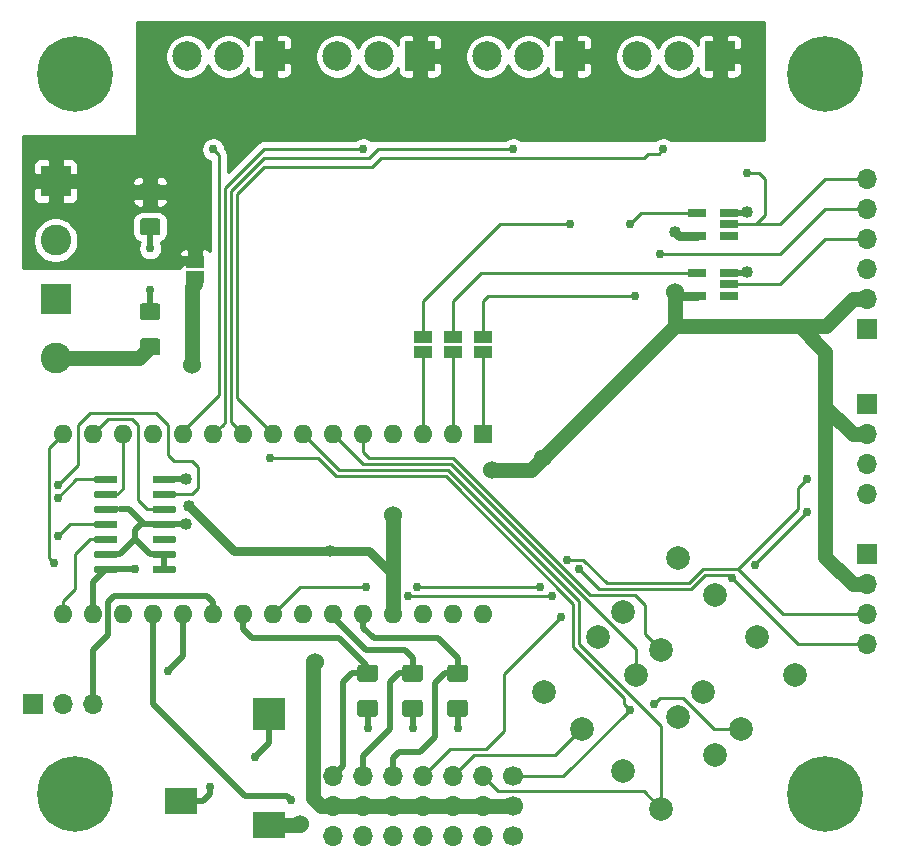
<source format=gbr>
G04 #@! TF.GenerationSoftware,KiCad,Pcbnew,(5.1.5)-2*
G04 #@! TF.CreationDate,2020-01-08T19:40:39-08:00*
G04 #@! TF.ProjectId,bifrost,62696672-6f73-4742-9e6b-696361645f70,A*
G04 #@! TF.SameCoordinates,Original*
G04 #@! TF.FileFunction,Copper,L1,Top*
G04 #@! TF.FilePolarity,Positive*
%FSLAX46Y46*%
G04 Gerber Fmt 4.6, Leading zero omitted, Abs format (unit mm)*
G04 Created by KiCad (PCBNEW (5.1.5)-2) date 2020-01-08 19:40:39*
%MOMM*%
%LPD*%
G04 APERTURE LIST*
%ADD10O,1.700000X1.700000*%
%ADD11C,1.700000*%
%ADD12R,1.500000X1.000000*%
%ADD13R,1.600000X1.600000*%
%ADD14O,1.600000X1.600000*%
%ADD15R,1.700000X1.700000*%
%ADD16C,0.100000*%
%ADD17R,1.560000X0.650000*%
%ADD18C,2.500000*%
%ADD19R,2.500000X2.500000*%
%ADD20C,2.600000*%
%ADD21R,2.600000X2.600000*%
%ADD22C,2.000000*%
%ADD23R,2.800000X2.800000*%
%ADD24R,2.800000X2.200000*%
%ADD25C,0.800000*%
%ADD26C,6.400000*%
%ADD27C,0.762000*%
%ADD28C,1.524000*%
%ADD29C,1.016000*%
%ADD30C,0.254000*%
%ADD31C,0.508000*%
%ADD32C,1.270000*%
%ADD33C,0.762000*%
G04 APERTURE END LIST*
D10*
X153924000Y-122936000D03*
X156464000Y-122936000D03*
X159004000Y-122936000D03*
X161544000Y-122936000D03*
D11*
X169164000Y-122936000D03*
D10*
X166624000Y-122936000D03*
X164084000Y-122936000D03*
X159004000Y-120396000D03*
X161544000Y-120396000D03*
D11*
X169164000Y-120396000D03*
D10*
X166624000Y-120396000D03*
X153924000Y-120396000D03*
X156464000Y-120396000D03*
X164084000Y-120396000D03*
X153924000Y-117856000D03*
X156464000Y-117856000D03*
X159004000Y-117856000D03*
X161544000Y-117856000D03*
X164084000Y-117856000D03*
X166624000Y-117856000D03*
D11*
X169164000Y-117856000D03*
D12*
X166624000Y-81930000D03*
X166624000Y-80630000D03*
X164084000Y-81930000D03*
X164084000Y-80630000D03*
X161544000Y-81930000D03*
X161544000Y-80630000D03*
X142240000Y-74280000D03*
X142240000Y-75580000D03*
D13*
X166624000Y-88900000D03*
D14*
X133604000Y-104140000D03*
X164084000Y-88900000D03*
X136144000Y-104140000D03*
X161544000Y-88900000D03*
X138684000Y-104140000D03*
X159004000Y-88900000D03*
X141224000Y-104140000D03*
X156464000Y-88900000D03*
X143764000Y-104140000D03*
X153924000Y-88900000D03*
X146304000Y-104140000D03*
X151384000Y-88900000D03*
X148844000Y-104140000D03*
X148844000Y-88900000D03*
X151384000Y-104140000D03*
X146304000Y-88900000D03*
X153924000Y-104140000D03*
X143764000Y-88900000D03*
X156464000Y-104140000D03*
X141224000Y-88900000D03*
X159004000Y-104140000D03*
X138684000Y-88900000D03*
X161544000Y-104140000D03*
X136144000Y-88900000D03*
X164084000Y-104140000D03*
X133604000Y-88900000D03*
X166624000Y-104140000D03*
X131064000Y-88900000D03*
X131064000Y-104140000D03*
D10*
X199136000Y-67310000D03*
X199136000Y-69850000D03*
X199136000Y-72390000D03*
X199136000Y-74930000D03*
X199136000Y-77470000D03*
D15*
X199136000Y-80010000D03*
G04 #@! TA.AperFunction,SMDPad,CuDef*
D16*
G36*
X135524703Y-100030722D02*
G01*
X135539264Y-100032882D01*
X135553543Y-100036459D01*
X135567403Y-100041418D01*
X135580710Y-100047712D01*
X135593336Y-100055280D01*
X135605159Y-100064048D01*
X135616066Y-100073934D01*
X135625952Y-100084841D01*
X135634720Y-100096664D01*
X135642288Y-100109290D01*
X135648582Y-100122597D01*
X135653541Y-100136457D01*
X135657118Y-100150736D01*
X135659278Y-100165297D01*
X135660000Y-100180000D01*
X135660000Y-100480000D01*
X135659278Y-100494703D01*
X135657118Y-100509264D01*
X135653541Y-100523543D01*
X135648582Y-100537403D01*
X135642288Y-100550710D01*
X135634720Y-100563336D01*
X135625952Y-100575159D01*
X135616066Y-100586066D01*
X135605159Y-100595952D01*
X135593336Y-100604720D01*
X135580710Y-100612288D01*
X135567403Y-100618582D01*
X135553543Y-100623541D01*
X135539264Y-100627118D01*
X135524703Y-100629278D01*
X135510000Y-100630000D01*
X133860000Y-100630000D01*
X133845297Y-100629278D01*
X133830736Y-100627118D01*
X133816457Y-100623541D01*
X133802597Y-100618582D01*
X133789290Y-100612288D01*
X133776664Y-100604720D01*
X133764841Y-100595952D01*
X133753934Y-100586066D01*
X133744048Y-100575159D01*
X133735280Y-100563336D01*
X133727712Y-100550710D01*
X133721418Y-100537403D01*
X133716459Y-100523543D01*
X133712882Y-100509264D01*
X133710722Y-100494703D01*
X133710000Y-100480000D01*
X133710000Y-100180000D01*
X133710722Y-100165297D01*
X133712882Y-100150736D01*
X133716459Y-100136457D01*
X133721418Y-100122597D01*
X133727712Y-100109290D01*
X133735280Y-100096664D01*
X133744048Y-100084841D01*
X133753934Y-100073934D01*
X133764841Y-100064048D01*
X133776664Y-100055280D01*
X133789290Y-100047712D01*
X133802597Y-100041418D01*
X133816457Y-100036459D01*
X133830736Y-100032882D01*
X133845297Y-100030722D01*
X133860000Y-100030000D01*
X135510000Y-100030000D01*
X135524703Y-100030722D01*
G37*
G04 #@! TD.AperFunction*
G04 #@! TA.AperFunction,SMDPad,CuDef*
G36*
X135524703Y-98760722D02*
G01*
X135539264Y-98762882D01*
X135553543Y-98766459D01*
X135567403Y-98771418D01*
X135580710Y-98777712D01*
X135593336Y-98785280D01*
X135605159Y-98794048D01*
X135616066Y-98803934D01*
X135625952Y-98814841D01*
X135634720Y-98826664D01*
X135642288Y-98839290D01*
X135648582Y-98852597D01*
X135653541Y-98866457D01*
X135657118Y-98880736D01*
X135659278Y-98895297D01*
X135660000Y-98910000D01*
X135660000Y-99210000D01*
X135659278Y-99224703D01*
X135657118Y-99239264D01*
X135653541Y-99253543D01*
X135648582Y-99267403D01*
X135642288Y-99280710D01*
X135634720Y-99293336D01*
X135625952Y-99305159D01*
X135616066Y-99316066D01*
X135605159Y-99325952D01*
X135593336Y-99334720D01*
X135580710Y-99342288D01*
X135567403Y-99348582D01*
X135553543Y-99353541D01*
X135539264Y-99357118D01*
X135524703Y-99359278D01*
X135510000Y-99360000D01*
X133860000Y-99360000D01*
X133845297Y-99359278D01*
X133830736Y-99357118D01*
X133816457Y-99353541D01*
X133802597Y-99348582D01*
X133789290Y-99342288D01*
X133776664Y-99334720D01*
X133764841Y-99325952D01*
X133753934Y-99316066D01*
X133744048Y-99305159D01*
X133735280Y-99293336D01*
X133727712Y-99280710D01*
X133721418Y-99267403D01*
X133716459Y-99253543D01*
X133712882Y-99239264D01*
X133710722Y-99224703D01*
X133710000Y-99210000D01*
X133710000Y-98910000D01*
X133710722Y-98895297D01*
X133712882Y-98880736D01*
X133716459Y-98866457D01*
X133721418Y-98852597D01*
X133727712Y-98839290D01*
X133735280Y-98826664D01*
X133744048Y-98814841D01*
X133753934Y-98803934D01*
X133764841Y-98794048D01*
X133776664Y-98785280D01*
X133789290Y-98777712D01*
X133802597Y-98771418D01*
X133816457Y-98766459D01*
X133830736Y-98762882D01*
X133845297Y-98760722D01*
X133860000Y-98760000D01*
X135510000Y-98760000D01*
X135524703Y-98760722D01*
G37*
G04 #@! TD.AperFunction*
G04 #@! TA.AperFunction,SMDPad,CuDef*
G36*
X135524703Y-97490722D02*
G01*
X135539264Y-97492882D01*
X135553543Y-97496459D01*
X135567403Y-97501418D01*
X135580710Y-97507712D01*
X135593336Y-97515280D01*
X135605159Y-97524048D01*
X135616066Y-97533934D01*
X135625952Y-97544841D01*
X135634720Y-97556664D01*
X135642288Y-97569290D01*
X135648582Y-97582597D01*
X135653541Y-97596457D01*
X135657118Y-97610736D01*
X135659278Y-97625297D01*
X135660000Y-97640000D01*
X135660000Y-97940000D01*
X135659278Y-97954703D01*
X135657118Y-97969264D01*
X135653541Y-97983543D01*
X135648582Y-97997403D01*
X135642288Y-98010710D01*
X135634720Y-98023336D01*
X135625952Y-98035159D01*
X135616066Y-98046066D01*
X135605159Y-98055952D01*
X135593336Y-98064720D01*
X135580710Y-98072288D01*
X135567403Y-98078582D01*
X135553543Y-98083541D01*
X135539264Y-98087118D01*
X135524703Y-98089278D01*
X135510000Y-98090000D01*
X133860000Y-98090000D01*
X133845297Y-98089278D01*
X133830736Y-98087118D01*
X133816457Y-98083541D01*
X133802597Y-98078582D01*
X133789290Y-98072288D01*
X133776664Y-98064720D01*
X133764841Y-98055952D01*
X133753934Y-98046066D01*
X133744048Y-98035159D01*
X133735280Y-98023336D01*
X133727712Y-98010710D01*
X133721418Y-97997403D01*
X133716459Y-97983543D01*
X133712882Y-97969264D01*
X133710722Y-97954703D01*
X133710000Y-97940000D01*
X133710000Y-97640000D01*
X133710722Y-97625297D01*
X133712882Y-97610736D01*
X133716459Y-97596457D01*
X133721418Y-97582597D01*
X133727712Y-97569290D01*
X133735280Y-97556664D01*
X133744048Y-97544841D01*
X133753934Y-97533934D01*
X133764841Y-97524048D01*
X133776664Y-97515280D01*
X133789290Y-97507712D01*
X133802597Y-97501418D01*
X133816457Y-97496459D01*
X133830736Y-97492882D01*
X133845297Y-97490722D01*
X133860000Y-97490000D01*
X135510000Y-97490000D01*
X135524703Y-97490722D01*
G37*
G04 #@! TD.AperFunction*
G04 #@! TA.AperFunction,SMDPad,CuDef*
G36*
X135524703Y-96220722D02*
G01*
X135539264Y-96222882D01*
X135553543Y-96226459D01*
X135567403Y-96231418D01*
X135580710Y-96237712D01*
X135593336Y-96245280D01*
X135605159Y-96254048D01*
X135616066Y-96263934D01*
X135625952Y-96274841D01*
X135634720Y-96286664D01*
X135642288Y-96299290D01*
X135648582Y-96312597D01*
X135653541Y-96326457D01*
X135657118Y-96340736D01*
X135659278Y-96355297D01*
X135660000Y-96370000D01*
X135660000Y-96670000D01*
X135659278Y-96684703D01*
X135657118Y-96699264D01*
X135653541Y-96713543D01*
X135648582Y-96727403D01*
X135642288Y-96740710D01*
X135634720Y-96753336D01*
X135625952Y-96765159D01*
X135616066Y-96776066D01*
X135605159Y-96785952D01*
X135593336Y-96794720D01*
X135580710Y-96802288D01*
X135567403Y-96808582D01*
X135553543Y-96813541D01*
X135539264Y-96817118D01*
X135524703Y-96819278D01*
X135510000Y-96820000D01*
X133860000Y-96820000D01*
X133845297Y-96819278D01*
X133830736Y-96817118D01*
X133816457Y-96813541D01*
X133802597Y-96808582D01*
X133789290Y-96802288D01*
X133776664Y-96794720D01*
X133764841Y-96785952D01*
X133753934Y-96776066D01*
X133744048Y-96765159D01*
X133735280Y-96753336D01*
X133727712Y-96740710D01*
X133721418Y-96727403D01*
X133716459Y-96713543D01*
X133712882Y-96699264D01*
X133710722Y-96684703D01*
X133710000Y-96670000D01*
X133710000Y-96370000D01*
X133710722Y-96355297D01*
X133712882Y-96340736D01*
X133716459Y-96326457D01*
X133721418Y-96312597D01*
X133727712Y-96299290D01*
X133735280Y-96286664D01*
X133744048Y-96274841D01*
X133753934Y-96263934D01*
X133764841Y-96254048D01*
X133776664Y-96245280D01*
X133789290Y-96237712D01*
X133802597Y-96231418D01*
X133816457Y-96226459D01*
X133830736Y-96222882D01*
X133845297Y-96220722D01*
X133860000Y-96220000D01*
X135510000Y-96220000D01*
X135524703Y-96220722D01*
G37*
G04 #@! TD.AperFunction*
G04 #@! TA.AperFunction,SMDPad,CuDef*
G36*
X135524703Y-94950722D02*
G01*
X135539264Y-94952882D01*
X135553543Y-94956459D01*
X135567403Y-94961418D01*
X135580710Y-94967712D01*
X135593336Y-94975280D01*
X135605159Y-94984048D01*
X135616066Y-94993934D01*
X135625952Y-95004841D01*
X135634720Y-95016664D01*
X135642288Y-95029290D01*
X135648582Y-95042597D01*
X135653541Y-95056457D01*
X135657118Y-95070736D01*
X135659278Y-95085297D01*
X135660000Y-95100000D01*
X135660000Y-95400000D01*
X135659278Y-95414703D01*
X135657118Y-95429264D01*
X135653541Y-95443543D01*
X135648582Y-95457403D01*
X135642288Y-95470710D01*
X135634720Y-95483336D01*
X135625952Y-95495159D01*
X135616066Y-95506066D01*
X135605159Y-95515952D01*
X135593336Y-95524720D01*
X135580710Y-95532288D01*
X135567403Y-95538582D01*
X135553543Y-95543541D01*
X135539264Y-95547118D01*
X135524703Y-95549278D01*
X135510000Y-95550000D01*
X133860000Y-95550000D01*
X133845297Y-95549278D01*
X133830736Y-95547118D01*
X133816457Y-95543541D01*
X133802597Y-95538582D01*
X133789290Y-95532288D01*
X133776664Y-95524720D01*
X133764841Y-95515952D01*
X133753934Y-95506066D01*
X133744048Y-95495159D01*
X133735280Y-95483336D01*
X133727712Y-95470710D01*
X133721418Y-95457403D01*
X133716459Y-95443543D01*
X133712882Y-95429264D01*
X133710722Y-95414703D01*
X133710000Y-95400000D01*
X133710000Y-95100000D01*
X133710722Y-95085297D01*
X133712882Y-95070736D01*
X133716459Y-95056457D01*
X133721418Y-95042597D01*
X133727712Y-95029290D01*
X133735280Y-95016664D01*
X133744048Y-95004841D01*
X133753934Y-94993934D01*
X133764841Y-94984048D01*
X133776664Y-94975280D01*
X133789290Y-94967712D01*
X133802597Y-94961418D01*
X133816457Y-94956459D01*
X133830736Y-94952882D01*
X133845297Y-94950722D01*
X133860000Y-94950000D01*
X135510000Y-94950000D01*
X135524703Y-94950722D01*
G37*
G04 #@! TD.AperFunction*
G04 #@! TA.AperFunction,SMDPad,CuDef*
G36*
X135524703Y-93680722D02*
G01*
X135539264Y-93682882D01*
X135553543Y-93686459D01*
X135567403Y-93691418D01*
X135580710Y-93697712D01*
X135593336Y-93705280D01*
X135605159Y-93714048D01*
X135616066Y-93723934D01*
X135625952Y-93734841D01*
X135634720Y-93746664D01*
X135642288Y-93759290D01*
X135648582Y-93772597D01*
X135653541Y-93786457D01*
X135657118Y-93800736D01*
X135659278Y-93815297D01*
X135660000Y-93830000D01*
X135660000Y-94130000D01*
X135659278Y-94144703D01*
X135657118Y-94159264D01*
X135653541Y-94173543D01*
X135648582Y-94187403D01*
X135642288Y-94200710D01*
X135634720Y-94213336D01*
X135625952Y-94225159D01*
X135616066Y-94236066D01*
X135605159Y-94245952D01*
X135593336Y-94254720D01*
X135580710Y-94262288D01*
X135567403Y-94268582D01*
X135553543Y-94273541D01*
X135539264Y-94277118D01*
X135524703Y-94279278D01*
X135510000Y-94280000D01*
X133860000Y-94280000D01*
X133845297Y-94279278D01*
X133830736Y-94277118D01*
X133816457Y-94273541D01*
X133802597Y-94268582D01*
X133789290Y-94262288D01*
X133776664Y-94254720D01*
X133764841Y-94245952D01*
X133753934Y-94236066D01*
X133744048Y-94225159D01*
X133735280Y-94213336D01*
X133727712Y-94200710D01*
X133721418Y-94187403D01*
X133716459Y-94173543D01*
X133712882Y-94159264D01*
X133710722Y-94144703D01*
X133710000Y-94130000D01*
X133710000Y-93830000D01*
X133710722Y-93815297D01*
X133712882Y-93800736D01*
X133716459Y-93786457D01*
X133721418Y-93772597D01*
X133727712Y-93759290D01*
X133735280Y-93746664D01*
X133744048Y-93734841D01*
X133753934Y-93723934D01*
X133764841Y-93714048D01*
X133776664Y-93705280D01*
X133789290Y-93697712D01*
X133802597Y-93691418D01*
X133816457Y-93686459D01*
X133830736Y-93682882D01*
X133845297Y-93680722D01*
X133860000Y-93680000D01*
X135510000Y-93680000D01*
X135524703Y-93680722D01*
G37*
G04 #@! TD.AperFunction*
G04 #@! TA.AperFunction,SMDPad,CuDef*
G36*
X135524703Y-92410722D02*
G01*
X135539264Y-92412882D01*
X135553543Y-92416459D01*
X135567403Y-92421418D01*
X135580710Y-92427712D01*
X135593336Y-92435280D01*
X135605159Y-92444048D01*
X135616066Y-92453934D01*
X135625952Y-92464841D01*
X135634720Y-92476664D01*
X135642288Y-92489290D01*
X135648582Y-92502597D01*
X135653541Y-92516457D01*
X135657118Y-92530736D01*
X135659278Y-92545297D01*
X135660000Y-92560000D01*
X135660000Y-92860000D01*
X135659278Y-92874703D01*
X135657118Y-92889264D01*
X135653541Y-92903543D01*
X135648582Y-92917403D01*
X135642288Y-92930710D01*
X135634720Y-92943336D01*
X135625952Y-92955159D01*
X135616066Y-92966066D01*
X135605159Y-92975952D01*
X135593336Y-92984720D01*
X135580710Y-92992288D01*
X135567403Y-92998582D01*
X135553543Y-93003541D01*
X135539264Y-93007118D01*
X135524703Y-93009278D01*
X135510000Y-93010000D01*
X133860000Y-93010000D01*
X133845297Y-93009278D01*
X133830736Y-93007118D01*
X133816457Y-93003541D01*
X133802597Y-92998582D01*
X133789290Y-92992288D01*
X133776664Y-92984720D01*
X133764841Y-92975952D01*
X133753934Y-92966066D01*
X133744048Y-92955159D01*
X133735280Y-92943336D01*
X133727712Y-92930710D01*
X133721418Y-92917403D01*
X133716459Y-92903543D01*
X133712882Y-92889264D01*
X133710722Y-92874703D01*
X133710000Y-92860000D01*
X133710000Y-92560000D01*
X133710722Y-92545297D01*
X133712882Y-92530736D01*
X133716459Y-92516457D01*
X133721418Y-92502597D01*
X133727712Y-92489290D01*
X133735280Y-92476664D01*
X133744048Y-92464841D01*
X133753934Y-92453934D01*
X133764841Y-92444048D01*
X133776664Y-92435280D01*
X133789290Y-92427712D01*
X133802597Y-92421418D01*
X133816457Y-92416459D01*
X133830736Y-92412882D01*
X133845297Y-92410722D01*
X133860000Y-92410000D01*
X135510000Y-92410000D01*
X135524703Y-92410722D01*
G37*
G04 #@! TD.AperFunction*
G04 #@! TA.AperFunction,SMDPad,CuDef*
G36*
X140474703Y-92410722D02*
G01*
X140489264Y-92412882D01*
X140503543Y-92416459D01*
X140517403Y-92421418D01*
X140530710Y-92427712D01*
X140543336Y-92435280D01*
X140555159Y-92444048D01*
X140566066Y-92453934D01*
X140575952Y-92464841D01*
X140584720Y-92476664D01*
X140592288Y-92489290D01*
X140598582Y-92502597D01*
X140603541Y-92516457D01*
X140607118Y-92530736D01*
X140609278Y-92545297D01*
X140610000Y-92560000D01*
X140610000Y-92860000D01*
X140609278Y-92874703D01*
X140607118Y-92889264D01*
X140603541Y-92903543D01*
X140598582Y-92917403D01*
X140592288Y-92930710D01*
X140584720Y-92943336D01*
X140575952Y-92955159D01*
X140566066Y-92966066D01*
X140555159Y-92975952D01*
X140543336Y-92984720D01*
X140530710Y-92992288D01*
X140517403Y-92998582D01*
X140503543Y-93003541D01*
X140489264Y-93007118D01*
X140474703Y-93009278D01*
X140460000Y-93010000D01*
X138810000Y-93010000D01*
X138795297Y-93009278D01*
X138780736Y-93007118D01*
X138766457Y-93003541D01*
X138752597Y-92998582D01*
X138739290Y-92992288D01*
X138726664Y-92984720D01*
X138714841Y-92975952D01*
X138703934Y-92966066D01*
X138694048Y-92955159D01*
X138685280Y-92943336D01*
X138677712Y-92930710D01*
X138671418Y-92917403D01*
X138666459Y-92903543D01*
X138662882Y-92889264D01*
X138660722Y-92874703D01*
X138660000Y-92860000D01*
X138660000Y-92560000D01*
X138660722Y-92545297D01*
X138662882Y-92530736D01*
X138666459Y-92516457D01*
X138671418Y-92502597D01*
X138677712Y-92489290D01*
X138685280Y-92476664D01*
X138694048Y-92464841D01*
X138703934Y-92453934D01*
X138714841Y-92444048D01*
X138726664Y-92435280D01*
X138739290Y-92427712D01*
X138752597Y-92421418D01*
X138766457Y-92416459D01*
X138780736Y-92412882D01*
X138795297Y-92410722D01*
X138810000Y-92410000D01*
X140460000Y-92410000D01*
X140474703Y-92410722D01*
G37*
G04 #@! TD.AperFunction*
G04 #@! TA.AperFunction,SMDPad,CuDef*
G36*
X140474703Y-93680722D02*
G01*
X140489264Y-93682882D01*
X140503543Y-93686459D01*
X140517403Y-93691418D01*
X140530710Y-93697712D01*
X140543336Y-93705280D01*
X140555159Y-93714048D01*
X140566066Y-93723934D01*
X140575952Y-93734841D01*
X140584720Y-93746664D01*
X140592288Y-93759290D01*
X140598582Y-93772597D01*
X140603541Y-93786457D01*
X140607118Y-93800736D01*
X140609278Y-93815297D01*
X140610000Y-93830000D01*
X140610000Y-94130000D01*
X140609278Y-94144703D01*
X140607118Y-94159264D01*
X140603541Y-94173543D01*
X140598582Y-94187403D01*
X140592288Y-94200710D01*
X140584720Y-94213336D01*
X140575952Y-94225159D01*
X140566066Y-94236066D01*
X140555159Y-94245952D01*
X140543336Y-94254720D01*
X140530710Y-94262288D01*
X140517403Y-94268582D01*
X140503543Y-94273541D01*
X140489264Y-94277118D01*
X140474703Y-94279278D01*
X140460000Y-94280000D01*
X138810000Y-94280000D01*
X138795297Y-94279278D01*
X138780736Y-94277118D01*
X138766457Y-94273541D01*
X138752597Y-94268582D01*
X138739290Y-94262288D01*
X138726664Y-94254720D01*
X138714841Y-94245952D01*
X138703934Y-94236066D01*
X138694048Y-94225159D01*
X138685280Y-94213336D01*
X138677712Y-94200710D01*
X138671418Y-94187403D01*
X138666459Y-94173543D01*
X138662882Y-94159264D01*
X138660722Y-94144703D01*
X138660000Y-94130000D01*
X138660000Y-93830000D01*
X138660722Y-93815297D01*
X138662882Y-93800736D01*
X138666459Y-93786457D01*
X138671418Y-93772597D01*
X138677712Y-93759290D01*
X138685280Y-93746664D01*
X138694048Y-93734841D01*
X138703934Y-93723934D01*
X138714841Y-93714048D01*
X138726664Y-93705280D01*
X138739290Y-93697712D01*
X138752597Y-93691418D01*
X138766457Y-93686459D01*
X138780736Y-93682882D01*
X138795297Y-93680722D01*
X138810000Y-93680000D01*
X140460000Y-93680000D01*
X140474703Y-93680722D01*
G37*
G04 #@! TD.AperFunction*
G04 #@! TA.AperFunction,SMDPad,CuDef*
G36*
X140474703Y-94950722D02*
G01*
X140489264Y-94952882D01*
X140503543Y-94956459D01*
X140517403Y-94961418D01*
X140530710Y-94967712D01*
X140543336Y-94975280D01*
X140555159Y-94984048D01*
X140566066Y-94993934D01*
X140575952Y-95004841D01*
X140584720Y-95016664D01*
X140592288Y-95029290D01*
X140598582Y-95042597D01*
X140603541Y-95056457D01*
X140607118Y-95070736D01*
X140609278Y-95085297D01*
X140610000Y-95100000D01*
X140610000Y-95400000D01*
X140609278Y-95414703D01*
X140607118Y-95429264D01*
X140603541Y-95443543D01*
X140598582Y-95457403D01*
X140592288Y-95470710D01*
X140584720Y-95483336D01*
X140575952Y-95495159D01*
X140566066Y-95506066D01*
X140555159Y-95515952D01*
X140543336Y-95524720D01*
X140530710Y-95532288D01*
X140517403Y-95538582D01*
X140503543Y-95543541D01*
X140489264Y-95547118D01*
X140474703Y-95549278D01*
X140460000Y-95550000D01*
X138810000Y-95550000D01*
X138795297Y-95549278D01*
X138780736Y-95547118D01*
X138766457Y-95543541D01*
X138752597Y-95538582D01*
X138739290Y-95532288D01*
X138726664Y-95524720D01*
X138714841Y-95515952D01*
X138703934Y-95506066D01*
X138694048Y-95495159D01*
X138685280Y-95483336D01*
X138677712Y-95470710D01*
X138671418Y-95457403D01*
X138666459Y-95443543D01*
X138662882Y-95429264D01*
X138660722Y-95414703D01*
X138660000Y-95400000D01*
X138660000Y-95100000D01*
X138660722Y-95085297D01*
X138662882Y-95070736D01*
X138666459Y-95056457D01*
X138671418Y-95042597D01*
X138677712Y-95029290D01*
X138685280Y-95016664D01*
X138694048Y-95004841D01*
X138703934Y-94993934D01*
X138714841Y-94984048D01*
X138726664Y-94975280D01*
X138739290Y-94967712D01*
X138752597Y-94961418D01*
X138766457Y-94956459D01*
X138780736Y-94952882D01*
X138795297Y-94950722D01*
X138810000Y-94950000D01*
X140460000Y-94950000D01*
X140474703Y-94950722D01*
G37*
G04 #@! TD.AperFunction*
G04 #@! TA.AperFunction,SMDPad,CuDef*
G36*
X140474703Y-96220722D02*
G01*
X140489264Y-96222882D01*
X140503543Y-96226459D01*
X140517403Y-96231418D01*
X140530710Y-96237712D01*
X140543336Y-96245280D01*
X140555159Y-96254048D01*
X140566066Y-96263934D01*
X140575952Y-96274841D01*
X140584720Y-96286664D01*
X140592288Y-96299290D01*
X140598582Y-96312597D01*
X140603541Y-96326457D01*
X140607118Y-96340736D01*
X140609278Y-96355297D01*
X140610000Y-96370000D01*
X140610000Y-96670000D01*
X140609278Y-96684703D01*
X140607118Y-96699264D01*
X140603541Y-96713543D01*
X140598582Y-96727403D01*
X140592288Y-96740710D01*
X140584720Y-96753336D01*
X140575952Y-96765159D01*
X140566066Y-96776066D01*
X140555159Y-96785952D01*
X140543336Y-96794720D01*
X140530710Y-96802288D01*
X140517403Y-96808582D01*
X140503543Y-96813541D01*
X140489264Y-96817118D01*
X140474703Y-96819278D01*
X140460000Y-96820000D01*
X138810000Y-96820000D01*
X138795297Y-96819278D01*
X138780736Y-96817118D01*
X138766457Y-96813541D01*
X138752597Y-96808582D01*
X138739290Y-96802288D01*
X138726664Y-96794720D01*
X138714841Y-96785952D01*
X138703934Y-96776066D01*
X138694048Y-96765159D01*
X138685280Y-96753336D01*
X138677712Y-96740710D01*
X138671418Y-96727403D01*
X138666459Y-96713543D01*
X138662882Y-96699264D01*
X138660722Y-96684703D01*
X138660000Y-96670000D01*
X138660000Y-96370000D01*
X138660722Y-96355297D01*
X138662882Y-96340736D01*
X138666459Y-96326457D01*
X138671418Y-96312597D01*
X138677712Y-96299290D01*
X138685280Y-96286664D01*
X138694048Y-96274841D01*
X138703934Y-96263934D01*
X138714841Y-96254048D01*
X138726664Y-96245280D01*
X138739290Y-96237712D01*
X138752597Y-96231418D01*
X138766457Y-96226459D01*
X138780736Y-96222882D01*
X138795297Y-96220722D01*
X138810000Y-96220000D01*
X140460000Y-96220000D01*
X140474703Y-96220722D01*
G37*
G04 #@! TD.AperFunction*
G04 #@! TA.AperFunction,SMDPad,CuDef*
G36*
X140474703Y-97490722D02*
G01*
X140489264Y-97492882D01*
X140503543Y-97496459D01*
X140517403Y-97501418D01*
X140530710Y-97507712D01*
X140543336Y-97515280D01*
X140555159Y-97524048D01*
X140566066Y-97533934D01*
X140575952Y-97544841D01*
X140584720Y-97556664D01*
X140592288Y-97569290D01*
X140598582Y-97582597D01*
X140603541Y-97596457D01*
X140607118Y-97610736D01*
X140609278Y-97625297D01*
X140610000Y-97640000D01*
X140610000Y-97940000D01*
X140609278Y-97954703D01*
X140607118Y-97969264D01*
X140603541Y-97983543D01*
X140598582Y-97997403D01*
X140592288Y-98010710D01*
X140584720Y-98023336D01*
X140575952Y-98035159D01*
X140566066Y-98046066D01*
X140555159Y-98055952D01*
X140543336Y-98064720D01*
X140530710Y-98072288D01*
X140517403Y-98078582D01*
X140503543Y-98083541D01*
X140489264Y-98087118D01*
X140474703Y-98089278D01*
X140460000Y-98090000D01*
X138810000Y-98090000D01*
X138795297Y-98089278D01*
X138780736Y-98087118D01*
X138766457Y-98083541D01*
X138752597Y-98078582D01*
X138739290Y-98072288D01*
X138726664Y-98064720D01*
X138714841Y-98055952D01*
X138703934Y-98046066D01*
X138694048Y-98035159D01*
X138685280Y-98023336D01*
X138677712Y-98010710D01*
X138671418Y-97997403D01*
X138666459Y-97983543D01*
X138662882Y-97969264D01*
X138660722Y-97954703D01*
X138660000Y-97940000D01*
X138660000Y-97640000D01*
X138660722Y-97625297D01*
X138662882Y-97610736D01*
X138666459Y-97596457D01*
X138671418Y-97582597D01*
X138677712Y-97569290D01*
X138685280Y-97556664D01*
X138694048Y-97544841D01*
X138703934Y-97533934D01*
X138714841Y-97524048D01*
X138726664Y-97515280D01*
X138739290Y-97507712D01*
X138752597Y-97501418D01*
X138766457Y-97496459D01*
X138780736Y-97492882D01*
X138795297Y-97490722D01*
X138810000Y-97490000D01*
X140460000Y-97490000D01*
X140474703Y-97490722D01*
G37*
G04 #@! TD.AperFunction*
G04 #@! TA.AperFunction,SMDPad,CuDef*
G36*
X140474703Y-98760722D02*
G01*
X140489264Y-98762882D01*
X140503543Y-98766459D01*
X140517403Y-98771418D01*
X140530710Y-98777712D01*
X140543336Y-98785280D01*
X140555159Y-98794048D01*
X140566066Y-98803934D01*
X140575952Y-98814841D01*
X140584720Y-98826664D01*
X140592288Y-98839290D01*
X140598582Y-98852597D01*
X140603541Y-98866457D01*
X140607118Y-98880736D01*
X140609278Y-98895297D01*
X140610000Y-98910000D01*
X140610000Y-99210000D01*
X140609278Y-99224703D01*
X140607118Y-99239264D01*
X140603541Y-99253543D01*
X140598582Y-99267403D01*
X140592288Y-99280710D01*
X140584720Y-99293336D01*
X140575952Y-99305159D01*
X140566066Y-99316066D01*
X140555159Y-99325952D01*
X140543336Y-99334720D01*
X140530710Y-99342288D01*
X140517403Y-99348582D01*
X140503543Y-99353541D01*
X140489264Y-99357118D01*
X140474703Y-99359278D01*
X140460000Y-99360000D01*
X138810000Y-99360000D01*
X138795297Y-99359278D01*
X138780736Y-99357118D01*
X138766457Y-99353541D01*
X138752597Y-99348582D01*
X138739290Y-99342288D01*
X138726664Y-99334720D01*
X138714841Y-99325952D01*
X138703934Y-99316066D01*
X138694048Y-99305159D01*
X138685280Y-99293336D01*
X138677712Y-99280710D01*
X138671418Y-99267403D01*
X138666459Y-99253543D01*
X138662882Y-99239264D01*
X138660722Y-99224703D01*
X138660000Y-99210000D01*
X138660000Y-98910000D01*
X138660722Y-98895297D01*
X138662882Y-98880736D01*
X138666459Y-98866457D01*
X138671418Y-98852597D01*
X138677712Y-98839290D01*
X138685280Y-98826664D01*
X138694048Y-98814841D01*
X138703934Y-98803934D01*
X138714841Y-98794048D01*
X138726664Y-98785280D01*
X138739290Y-98777712D01*
X138752597Y-98771418D01*
X138766457Y-98766459D01*
X138780736Y-98762882D01*
X138795297Y-98760722D01*
X138810000Y-98760000D01*
X140460000Y-98760000D01*
X140474703Y-98760722D01*
G37*
G04 #@! TD.AperFunction*
G04 #@! TA.AperFunction,SMDPad,CuDef*
G36*
X140474703Y-100030722D02*
G01*
X140489264Y-100032882D01*
X140503543Y-100036459D01*
X140517403Y-100041418D01*
X140530710Y-100047712D01*
X140543336Y-100055280D01*
X140555159Y-100064048D01*
X140566066Y-100073934D01*
X140575952Y-100084841D01*
X140584720Y-100096664D01*
X140592288Y-100109290D01*
X140598582Y-100122597D01*
X140603541Y-100136457D01*
X140607118Y-100150736D01*
X140609278Y-100165297D01*
X140610000Y-100180000D01*
X140610000Y-100480000D01*
X140609278Y-100494703D01*
X140607118Y-100509264D01*
X140603541Y-100523543D01*
X140598582Y-100537403D01*
X140592288Y-100550710D01*
X140584720Y-100563336D01*
X140575952Y-100575159D01*
X140566066Y-100586066D01*
X140555159Y-100595952D01*
X140543336Y-100604720D01*
X140530710Y-100612288D01*
X140517403Y-100618582D01*
X140503543Y-100623541D01*
X140489264Y-100627118D01*
X140474703Y-100629278D01*
X140460000Y-100630000D01*
X138810000Y-100630000D01*
X138795297Y-100629278D01*
X138780736Y-100627118D01*
X138766457Y-100623541D01*
X138752597Y-100618582D01*
X138739290Y-100612288D01*
X138726664Y-100604720D01*
X138714841Y-100595952D01*
X138703934Y-100586066D01*
X138694048Y-100575159D01*
X138685280Y-100563336D01*
X138677712Y-100550710D01*
X138671418Y-100537403D01*
X138666459Y-100523543D01*
X138662882Y-100509264D01*
X138660722Y-100494703D01*
X138660000Y-100480000D01*
X138660000Y-100180000D01*
X138660722Y-100165297D01*
X138662882Y-100150736D01*
X138666459Y-100136457D01*
X138671418Y-100122597D01*
X138677712Y-100109290D01*
X138685280Y-100096664D01*
X138694048Y-100084841D01*
X138703934Y-100073934D01*
X138714841Y-100064048D01*
X138726664Y-100055280D01*
X138739290Y-100047712D01*
X138752597Y-100041418D01*
X138766457Y-100036459D01*
X138780736Y-100032882D01*
X138795297Y-100030722D01*
X138810000Y-100030000D01*
X140460000Y-100030000D01*
X140474703Y-100030722D01*
G37*
G04 #@! TD.AperFunction*
D17*
X184705000Y-72070000D03*
X184705000Y-70170000D03*
X187405000Y-70170000D03*
X187405000Y-71120000D03*
X187405000Y-72070000D03*
X184705000Y-77150000D03*
X184705000Y-75250000D03*
X187405000Y-75250000D03*
X187405000Y-76200000D03*
X187405000Y-77150000D03*
D18*
X145090000Y-56896000D03*
D19*
X148590000Y-56896000D03*
D18*
X141590000Y-56896000D03*
X154290000Y-56896000D03*
D19*
X161290000Y-56896000D03*
D18*
X157790000Y-56896000D03*
X166990000Y-56896000D03*
D19*
X173990000Y-56896000D03*
D18*
X170490000Y-56896000D03*
X179690000Y-56896000D03*
D19*
X186690000Y-56896000D03*
D18*
X183190000Y-56896000D03*
D20*
X130429000Y-72470000D03*
D21*
X130429000Y-67470000D03*
X130429000Y-77470000D03*
D20*
X130429000Y-82470000D03*
G04 #@! TA.AperFunction,SMDPad,CuDef*
D16*
G36*
X139079504Y-80786204D02*
G01*
X139103773Y-80789804D01*
X139127571Y-80795765D01*
X139150671Y-80804030D01*
X139172849Y-80814520D01*
X139193893Y-80827133D01*
X139213598Y-80841747D01*
X139231777Y-80858223D01*
X139248253Y-80876402D01*
X139262867Y-80896107D01*
X139275480Y-80917151D01*
X139285970Y-80939329D01*
X139294235Y-80962429D01*
X139300196Y-80986227D01*
X139303796Y-81010496D01*
X139305000Y-81035000D01*
X139305000Y-81960000D01*
X139303796Y-81984504D01*
X139300196Y-82008773D01*
X139294235Y-82032571D01*
X139285970Y-82055671D01*
X139275480Y-82077849D01*
X139262867Y-82098893D01*
X139248253Y-82118598D01*
X139231777Y-82136777D01*
X139213598Y-82153253D01*
X139193893Y-82167867D01*
X139172849Y-82180480D01*
X139150671Y-82190970D01*
X139127571Y-82199235D01*
X139103773Y-82205196D01*
X139079504Y-82208796D01*
X139055000Y-82210000D01*
X137805000Y-82210000D01*
X137780496Y-82208796D01*
X137756227Y-82205196D01*
X137732429Y-82199235D01*
X137709329Y-82190970D01*
X137687151Y-82180480D01*
X137666107Y-82167867D01*
X137646402Y-82153253D01*
X137628223Y-82136777D01*
X137611747Y-82118598D01*
X137597133Y-82098893D01*
X137584520Y-82077849D01*
X137574030Y-82055671D01*
X137565765Y-82032571D01*
X137559804Y-82008773D01*
X137556204Y-81984504D01*
X137555000Y-81960000D01*
X137555000Y-81035000D01*
X137556204Y-81010496D01*
X137559804Y-80986227D01*
X137565765Y-80962429D01*
X137574030Y-80939329D01*
X137584520Y-80917151D01*
X137597133Y-80896107D01*
X137611747Y-80876402D01*
X137628223Y-80858223D01*
X137646402Y-80841747D01*
X137666107Y-80827133D01*
X137687151Y-80814520D01*
X137709329Y-80804030D01*
X137732429Y-80795765D01*
X137756227Y-80789804D01*
X137780496Y-80786204D01*
X137805000Y-80785000D01*
X139055000Y-80785000D01*
X139079504Y-80786204D01*
G37*
G04 #@! TD.AperFunction*
G04 #@! TA.AperFunction,SMDPad,CuDef*
G36*
X139079504Y-77811204D02*
G01*
X139103773Y-77814804D01*
X139127571Y-77820765D01*
X139150671Y-77829030D01*
X139172849Y-77839520D01*
X139193893Y-77852133D01*
X139213598Y-77866747D01*
X139231777Y-77883223D01*
X139248253Y-77901402D01*
X139262867Y-77921107D01*
X139275480Y-77942151D01*
X139285970Y-77964329D01*
X139294235Y-77987429D01*
X139300196Y-78011227D01*
X139303796Y-78035496D01*
X139305000Y-78060000D01*
X139305000Y-78985000D01*
X139303796Y-79009504D01*
X139300196Y-79033773D01*
X139294235Y-79057571D01*
X139285970Y-79080671D01*
X139275480Y-79102849D01*
X139262867Y-79123893D01*
X139248253Y-79143598D01*
X139231777Y-79161777D01*
X139213598Y-79178253D01*
X139193893Y-79192867D01*
X139172849Y-79205480D01*
X139150671Y-79215970D01*
X139127571Y-79224235D01*
X139103773Y-79230196D01*
X139079504Y-79233796D01*
X139055000Y-79235000D01*
X137805000Y-79235000D01*
X137780496Y-79233796D01*
X137756227Y-79230196D01*
X137732429Y-79224235D01*
X137709329Y-79215970D01*
X137687151Y-79205480D01*
X137666107Y-79192867D01*
X137646402Y-79178253D01*
X137628223Y-79161777D01*
X137611747Y-79143598D01*
X137597133Y-79123893D01*
X137584520Y-79102849D01*
X137574030Y-79080671D01*
X137565765Y-79057571D01*
X137559804Y-79033773D01*
X137556204Y-79009504D01*
X137555000Y-78985000D01*
X137555000Y-78060000D01*
X137556204Y-78035496D01*
X137559804Y-78011227D01*
X137565765Y-77987429D01*
X137574030Y-77964329D01*
X137584520Y-77942151D01*
X137597133Y-77921107D01*
X137611747Y-77901402D01*
X137628223Y-77883223D01*
X137646402Y-77866747D01*
X137666107Y-77852133D01*
X137687151Y-77839520D01*
X137709329Y-77829030D01*
X137732429Y-77820765D01*
X137756227Y-77814804D01*
X137780496Y-77811204D01*
X137805000Y-77810000D01*
X139055000Y-77810000D01*
X139079504Y-77811204D01*
G37*
G04 #@! TD.AperFunction*
D22*
X188426775Y-113870506D03*
X185244794Y-110688525D03*
X193022969Y-109274311D03*
X189840988Y-106092331D03*
X181691583Y-120605698D03*
X178509602Y-117423717D03*
X186287777Y-116009503D03*
X183105796Y-112827523D03*
X174956391Y-113870506D03*
X171774410Y-110688525D03*
X179552585Y-109274311D03*
X176370604Y-106092331D03*
X181691583Y-107135314D03*
X178509602Y-103953333D03*
X186287777Y-102539119D03*
X183105796Y-99357139D03*
D10*
X199136000Y-106680000D03*
X199136000Y-104140000D03*
X199136000Y-101600000D03*
D15*
X199136000Y-99060000D03*
D10*
X199136000Y-93980000D03*
X199136000Y-91440000D03*
X199136000Y-88900000D03*
D15*
X199136000Y-86360000D03*
D10*
X133604000Y-111760000D03*
X131064000Y-111760000D03*
D15*
X128524000Y-111760000D03*
D23*
X148480000Y-112564000D03*
D24*
X148480000Y-121964000D03*
X141080000Y-119964000D03*
D25*
X133777056Y-117682944D03*
X132080000Y-116980000D03*
X130382944Y-117682944D03*
X129680000Y-119380000D03*
X130382944Y-121077056D03*
X132080000Y-121780000D03*
X133777056Y-121077056D03*
X134480000Y-119380000D03*
D26*
X132080000Y-119380000D03*
D25*
X197277056Y-117682944D03*
X195580000Y-116980000D03*
X193882944Y-117682944D03*
X193180000Y-119380000D03*
X193882944Y-121077056D03*
X195580000Y-121780000D03*
X197277056Y-121077056D03*
X197980000Y-119380000D03*
D26*
X195580000Y-119380000D03*
D25*
X197277056Y-56722944D03*
X195580000Y-56020000D03*
X193882944Y-56722944D03*
X193180000Y-58420000D03*
X193882944Y-60117056D03*
X195580000Y-60820000D03*
X197277056Y-60117056D03*
X197980000Y-58420000D03*
D26*
X195580000Y-58420000D03*
D25*
X133777056Y-56722944D03*
X132080000Y-56020000D03*
X130382944Y-56722944D03*
X129680000Y-58420000D03*
X130382944Y-60117056D03*
X132080000Y-60820000D03*
X133777056Y-60117056D03*
X134480000Y-58420000D03*
D26*
X132080000Y-58420000D03*
G04 #@! TA.AperFunction,SMDPad,CuDef*
D16*
G36*
X139079504Y-67651204D02*
G01*
X139103773Y-67654804D01*
X139127571Y-67660765D01*
X139150671Y-67669030D01*
X139172849Y-67679520D01*
X139193893Y-67692133D01*
X139213598Y-67706747D01*
X139231777Y-67723223D01*
X139248253Y-67741402D01*
X139262867Y-67761107D01*
X139275480Y-67782151D01*
X139285970Y-67804329D01*
X139294235Y-67827429D01*
X139300196Y-67851227D01*
X139303796Y-67875496D01*
X139305000Y-67900000D01*
X139305000Y-68825000D01*
X139303796Y-68849504D01*
X139300196Y-68873773D01*
X139294235Y-68897571D01*
X139285970Y-68920671D01*
X139275480Y-68942849D01*
X139262867Y-68963893D01*
X139248253Y-68983598D01*
X139231777Y-69001777D01*
X139213598Y-69018253D01*
X139193893Y-69032867D01*
X139172849Y-69045480D01*
X139150671Y-69055970D01*
X139127571Y-69064235D01*
X139103773Y-69070196D01*
X139079504Y-69073796D01*
X139055000Y-69075000D01*
X137805000Y-69075000D01*
X137780496Y-69073796D01*
X137756227Y-69070196D01*
X137732429Y-69064235D01*
X137709329Y-69055970D01*
X137687151Y-69045480D01*
X137666107Y-69032867D01*
X137646402Y-69018253D01*
X137628223Y-69001777D01*
X137611747Y-68983598D01*
X137597133Y-68963893D01*
X137584520Y-68942849D01*
X137574030Y-68920671D01*
X137565765Y-68897571D01*
X137559804Y-68873773D01*
X137556204Y-68849504D01*
X137555000Y-68825000D01*
X137555000Y-67900000D01*
X137556204Y-67875496D01*
X137559804Y-67851227D01*
X137565765Y-67827429D01*
X137574030Y-67804329D01*
X137584520Y-67782151D01*
X137597133Y-67761107D01*
X137611747Y-67741402D01*
X137628223Y-67723223D01*
X137646402Y-67706747D01*
X137666107Y-67692133D01*
X137687151Y-67679520D01*
X137709329Y-67669030D01*
X137732429Y-67660765D01*
X137756227Y-67654804D01*
X137780496Y-67651204D01*
X137805000Y-67650000D01*
X139055000Y-67650000D01*
X139079504Y-67651204D01*
G37*
G04 #@! TD.AperFunction*
G04 #@! TA.AperFunction,SMDPad,CuDef*
G36*
X139079504Y-70626204D02*
G01*
X139103773Y-70629804D01*
X139127571Y-70635765D01*
X139150671Y-70644030D01*
X139172849Y-70654520D01*
X139193893Y-70667133D01*
X139213598Y-70681747D01*
X139231777Y-70698223D01*
X139248253Y-70716402D01*
X139262867Y-70736107D01*
X139275480Y-70757151D01*
X139285970Y-70779329D01*
X139294235Y-70802429D01*
X139300196Y-70826227D01*
X139303796Y-70850496D01*
X139305000Y-70875000D01*
X139305000Y-71800000D01*
X139303796Y-71824504D01*
X139300196Y-71848773D01*
X139294235Y-71872571D01*
X139285970Y-71895671D01*
X139275480Y-71917849D01*
X139262867Y-71938893D01*
X139248253Y-71958598D01*
X139231777Y-71976777D01*
X139213598Y-71993253D01*
X139193893Y-72007867D01*
X139172849Y-72020480D01*
X139150671Y-72030970D01*
X139127571Y-72039235D01*
X139103773Y-72045196D01*
X139079504Y-72048796D01*
X139055000Y-72050000D01*
X137805000Y-72050000D01*
X137780496Y-72048796D01*
X137756227Y-72045196D01*
X137732429Y-72039235D01*
X137709329Y-72030970D01*
X137687151Y-72020480D01*
X137666107Y-72007867D01*
X137646402Y-71993253D01*
X137628223Y-71976777D01*
X137611747Y-71958598D01*
X137597133Y-71938893D01*
X137584520Y-71917849D01*
X137574030Y-71895671D01*
X137565765Y-71872571D01*
X137559804Y-71848773D01*
X137556204Y-71824504D01*
X137555000Y-71800000D01*
X137555000Y-70875000D01*
X137556204Y-70850496D01*
X137559804Y-70826227D01*
X137565765Y-70802429D01*
X137574030Y-70779329D01*
X137584520Y-70757151D01*
X137597133Y-70736107D01*
X137611747Y-70716402D01*
X137628223Y-70698223D01*
X137646402Y-70681747D01*
X137666107Y-70667133D01*
X137687151Y-70654520D01*
X137709329Y-70644030D01*
X137732429Y-70635765D01*
X137756227Y-70629804D01*
X137780496Y-70626204D01*
X137805000Y-70625000D01*
X139055000Y-70625000D01*
X139079504Y-70626204D01*
G37*
G04 #@! TD.AperFunction*
G04 #@! TA.AperFunction,SMDPad,CuDef*
G36*
X161304504Y-108418204D02*
G01*
X161328773Y-108421804D01*
X161352571Y-108427765D01*
X161375671Y-108436030D01*
X161397849Y-108446520D01*
X161418893Y-108459133D01*
X161438598Y-108473747D01*
X161456777Y-108490223D01*
X161473253Y-108508402D01*
X161487867Y-108528107D01*
X161500480Y-108549151D01*
X161510970Y-108571329D01*
X161519235Y-108594429D01*
X161525196Y-108618227D01*
X161528796Y-108642496D01*
X161530000Y-108667000D01*
X161530000Y-109592000D01*
X161528796Y-109616504D01*
X161525196Y-109640773D01*
X161519235Y-109664571D01*
X161510970Y-109687671D01*
X161500480Y-109709849D01*
X161487867Y-109730893D01*
X161473253Y-109750598D01*
X161456777Y-109768777D01*
X161438598Y-109785253D01*
X161418893Y-109799867D01*
X161397849Y-109812480D01*
X161375671Y-109822970D01*
X161352571Y-109831235D01*
X161328773Y-109837196D01*
X161304504Y-109840796D01*
X161280000Y-109842000D01*
X160030000Y-109842000D01*
X160005496Y-109840796D01*
X159981227Y-109837196D01*
X159957429Y-109831235D01*
X159934329Y-109822970D01*
X159912151Y-109812480D01*
X159891107Y-109799867D01*
X159871402Y-109785253D01*
X159853223Y-109768777D01*
X159836747Y-109750598D01*
X159822133Y-109730893D01*
X159809520Y-109709849D01*
X159799030Y-109687671D01*
X159790765Y-109664571D01*
X159784804Y-109640773D01*
X159781204Y-109616504D01*
X159780000Y-109592000D01*
X159780000Y-108667000D01*
X159781204Y-108642496D01*
X159784804Y-108618227D01*
X159790765Y-108594429D01*
X159799030Y-108571329D01*
X159809520Y-108549151D01*
X159822133Y-108528107D01*
X159836747Y-108508402D01*
X159853223Y-108490223D01*
X159871402Y-108473747D01*
X159891107Y-108459133D01*
X159912151Y-108446520D01*
X159934329Y-108436030D01*
X159957429Y-108427765D01*
X159981227Y-108421804D01*
X160005496Y-108418204D01*
X160030000Y-108417000D01*
X161280000Y-108417000D01*
X161304504Y-108418204D01*
G37*
G04 #@! TD.AperFunction*
G04 #@! TA.AperFunction,SMDPad,CuDef*
G36*
X161304504Y-111393204D02*
G01*
X161328773Y-111396804D01*
X161352571Y-111402765D01*
X161375671Y-111411030D01*
X161397849Y-111421520D01*
X161418893Y-111434133D01*
X161438598Y-111448747D01*
X161456777Y-111465223D01*
X161473253Y-111483402D01*
X161487867Y-111503107D01*
X161500480Y-111524151D01*
X161510970Y-111546329D01*
X161519235Y-111569429D01*
X161525196Y-111593227D01*
X161528796Y-111617496D01*
X161530000Y-111642000D01*
X161530000Y-112567000D01*
X161528796Y-112591504D01*
X161525196Y-112615773D01*
X161519235Y-112639571D01*
X161510970Y-112662671D01*
X161500480Y-112684849D01*
X161487867Y-112705893D01*
X161473253Y-112725598D01*
X161456777Y-112743777D01*
X161438598Y-112760253D01*
X161418893Y-112774867D01*
X161397849Y-112787480D01*
X161375671Y-112797970D01*
X161352571Y-112806235D01*
X161328773Y-112812196D01*
X161304504Y-112815796D01*
X161280000Y-112817000D01*
X160030000Y-112817000D01*
X160005496Y-112815796D01*
X159981227Y-112812196D01*
X159957429Y-112806235D01*
X159934329Y-112797970D01*
X159912151Y-112787480D01*
X159891107Y-112774867D01*
X159871402Y-112760253D01*
X159853223Y-112743777D01*
X159836747Y-112725598D01*
X159822133Y-112705893D01*
X159809520Y-112684849D01*
X159799030Y-112662671D01*
X159790765Y-112639571D01*
X159784804Y-112615773D01*
X159781204Y-112591504D01*
X159780000Y-112567000D01*
X159780000Y-111642000D01*
X159781204Y-111617496D01*
X159784804Y-111593227D01*
X159790765Y-111569429D01*
X159799030Y-111546329D01*
X159809520Y-111524151D01*
X159822133Y-111503107D01*
X159836747Y-111483402D01*
X159853223Y-111465223D01*
X159871402Y-111448747D01*
X159891107Y-111434133D01*
X159912151Y-111421520D01*
X159934329Y-111411030D01*
X159957429Y-111402765D01*
X159981227Y-111396804D01*
X160005496Y-111393204D01*
X160030000Y-111392000D01*
X161280000Y-111392000D01*
X161304504Y-111393204D01*
G37*
G04 #@! TD.AperFunction*
G04 #@! TA.AperFunction,SMDPad,CuDef*
G36*
X157494504Y-108418204D02*
G01*
X157518773Y-108421804D01*
X157542571Y-108427765D01*
X157565671Y-108436030D01*
X157587849Y-108446520D01*
X157608893Y-108459133D01*
X157628598Y-108473747D01*
X157646777Y-108490223D01*
X157663253Y-108508402D01*
X157677867Y-108528107D01*
X157690480Y-108549151D01*
X157700970Y-108571329D01*
X157709235Y-108594429D01*
X157715196Y-108618227D01*
X157718796Y-108642496D01*
X157720000Y-108667000D01*
X157720000Y-109592000D01*
X157718796Y-109616504D01*
X157715196Y-109640773D01*
X157709235Y-109664571D01*
X157700970Y-109687671D01*
X157690480Y-109709849D01*
X157677867Y-109730893D01*
X157663253Y-109750598D01*
X157646777Y-109768777D01*
X157628598Y-109785253D01*
X157608893Y-109799867D01*
X157587849Y-109812480D01*
X157565671Y-109822970D01*
X157542571Y-109831235D01*
X157518773Y-109837196D01*
X157494504Y-109840796D01*
X157470000Y-109842000D01*
X156220000Y-109842000D01*
X156195496Y-109840796D01*
X156171227Y-109837196D01*
X156147429Y-109831235D01*
X156124329Y-109822970D01*
X156102151Y-109812480D01*
X156081107Y-109799867D01*
X156061402Y-109785253D01*
X156043223Y-109768777D01*
X156026747Y-109750598D01*
X156012133Y-109730893D01*
X155999520Y-109709849D01*
X155989030Y-109687671D01*
X155980765Y-109664571D01*
X155974804Y-109640773D01*
X155971204Y-109616504D01*
X155970000Y-109592000D01*
X155970000Y-108667000D01*
X155971204Y-108642496D01*
X155974804Y-108618227D01*
X155980765Y-108594429D01*
X155989030Y-108571329D01*
X155999520Y-108549151D01*
X156012133Y-108528107D01*
X156026747Y-108508402D01*
X156043223Y-108490223D01*
X156061402Y-108473747D01*
X156081107Y-108459133D01*
X156102151Y-108446520D01*
X156124329Y-108436030D01*
X156147429Y-108427765D01*
X156171227Y-108421804D01*
X156195496Y-108418204D01*
X156220000Y-108417000D01*
X157470000Y-108417000D01*
X157494504Y-108418204D01*
G37*
G04 #@! TD.AperFunction*
G04 #@! TA.AperFunction,SMDPad,CuDef*
G36*
X157494504Y-111393204D02*
G01*
X157518773Y-111396804D01*
X157542571Y-111402765D01*
X157565671Y-111411030D01*
X157587849Y-111421520D01*
X157608893Y-111434133D01*
X157628598Y-111448747D01*
X157646777Y-111465223D01*
X157663253Y-111483402D01*
X157677867Y-111503107D01*
X157690480Y-111524151D01*
X157700970Y-111546329D01*
X157709235Y-111569429D01*
X157715196Y-111593227D01*
X157718796Y-111617496D01*
X157720000Y-111642000D01*
X157720000Y-112567000D01*
X157718796Y-112591504D01*
X157715196Y-112615773D01*
X157709235Y-112639571D01*
X157700970Y-112662671D01*
X157690480Y-112684849D01*
X157677867Y-112705893D01*
X157663253Y-112725598D01*
X157646777Y-112743777D01*
X157628598Y-112760253D01*
X157608893Y-112774867D01*
X157587849Y-112787480D01*
X157565671Y-112797970D01*
X157542571Y-112806235D01*
X157518773Y-112812196D01*
X157494504Y-112815796D01*
X157470000Y-112817000D01*
X156220000Y-112817000D01*
X156195496Y-112815796D01*
X156171227Y-112812196D01*
X156147429Y-112806235D01*
X156124329Y-112797970D01*
X156102151Y-112787480D01*
X156081107Y-112774867D01*
X156061402Y-112760253D01*
X156043223Y-112743777D01*
X156026747Y-112725598D01*
X156012133Y-112705893D01*
X155999520Y-112684849D01*
X155989030Y-112662671D01*
X155980765Y-112639571D01*
X155974804Y-112615773D01*
X155971204Y-112591504D01*
X155970000Y-112567000D01*
X155970000Y-111642000D01*
X155971204Y-111617496D01*
X155974804Y-111593227D01*
X155980765Y-111569429D01*
X155989030Y-111546329D01*
X155999520Y-111524151D01*
X156012133Y-111503107D01*
X156026747Y-111483402D01*
X156043223Y-111465223D01*
X156061402Y-111448747D01*
X156081107Y-111434133D01*
X156102151Y-111421520D01*
X156124329Y-111411030D01*
X156147429Y-111402765D01*
X156171227Y-111396804D01*
X156195496Y-111393204D01*
X156220000Y-111392000D01*
X157470000Y-111392000D01*
X157494504Y-111393204D01*
G37*
G04 #@! TD.AperFunction*
G04 #@! TA.AperFunction,SMDPad,CuDef*
G36*
X165114504Y-108418204D02*
G01*
X165138773Y-108421804D01*
X165162571Y-108427765D01*
X165185671Y-108436030D01*
X165207849Y-108446520D01*
X165228893Y-108459133D01*
X165248598Y-108473747D01*
X165266777Y-108490223D01*
X165283253Y-108508402D01*
X165297867Y-108528107D01*
X165310480Y-108549151D01*
X165320970Y-108571329D01*
X165329235Y-108594429D01*
X165335196Y-108618227D01*
X165338796Y-108642496D01*
X165340000Y-108667000D01*
X165340000Y-109592000D01*
X165338796Y-109616504D01*
X165335196Y-109640773D01*
X165329235Y-109664571D01*
X165320970Y-109687671D01*
X165310480Y-109709849D01*
X165297867Y-109730893D01*
X165283253Y-109750598D01*
X165266777Y-109768777D01*
X165248598Y-109785253D01*
X165228893Y-109799867D01*
X165207849Y-109812480D01*
X165185671Y-109822970D01*
X165162571Y-109831235D01*
X165138773Y-109837196D01*
X165114504Y-109840796D01*
X165090000Y-109842000D01*
X163840000Y-109842000D01*
X163815496Y-109840796D01*
X163791227Y-109837196D01*
X163767429Y-109831235D01*
X163744329Y-109822970D01*
X163722151Y-109812480D01*
X163701107Y-109799867D01*
X163681402Y-109785253D01*
X163663223Y-109768777D01*
X163646747Y-109750598D01*
X163632133Y-109730893D01*
X163619520Y-109709849D01*
X163609030Y-109687671D01*
X163600765Y-109664571D01*
X163594804Y-109640773D01*
X163591204Y-109616504D01*
X163590000Y-109592000D01*
X163590000Y-108667000D01*
X163591204Y-108642496D01*
X163594804Y-108618227D01*
X163600765Y-108594429D01*
X163609030Y-108571329D01*
X163619520Y-108549151D01*
X163632133Y-108528107D01*
X163646747Y-108508402D01*
X163663223Y-108490223D01*
X163681402Y-108473747D01*
X163701107Y-108459133D01*
X163722151Y-108446520D01*
X163744329Y-108436030D01*
X163767429Y-108427765D01*
X163791227Y-108421804D01*
X163815496Y-108418204D01*
X163840000Y-108417000D01*
X165090000Y-108417000D01*
X165114504Y-108418204D01*
G37*
G04 #@! TD.AperFunction*
G04 #@! TA.AperFunction,SMDPad,CuDef*
G36*
X165114504Y-111393204D02*
G01*
X165138773Y-111396804D01*
X165162571Y-111402765D01*
X165185671Y-111411030D01*
X165207849Y-111421520D01*
X165228893Y-111434133D01*
X165248598Y-111448747D01*
X165266777Y-111465223D01*
X165283253Y-111483402D01*
X165297867Y-111503107D01*
X165310480Y-111524151D01*
X165320970Y-111546329D01*
X165329235Y-111569429D01*
X165335196Y-111593227D01*
X165338796Y-111617496D01*
X165340000Y-111642000D01*
X165340000Y-112567000D01*
X165338796Y-112591504D01*
X165335196Y-112615773D01*
X165329235Y-112639571D01*
X165320970Y-112662671D01*
X165310480Y-112684849D01*
X165297867Y-112705893D01*
X165283253Y-112725598D01*
X165266777Y-112743777D01*
X165248598Y-112760253D01*
X165228893Y-112774867D01*
X165207849Y-112787480D01*
X165185671Y-112797970D01*
X165162571Y-112806235D01*
X165138773Y-112812196D01*
X165114504Y-112815796D01*
X165090000Y-112817000D01*
X163840000Y-112817000D01*
X163815496Y-112815796D01*
X163791227Y-112812196D01*
X163767429Y-112806235D01*
X163744329Y-112797970D01*
X163722151Y-112787480D01*
X163701107Y-112774867D01*
X163681402Y-112760253D01*
X163663223Y-112743777D01*
X163646747Y-112725598D01*
X163632133Y-112705893D01*
X163619520Y-112684849D01*
X163609030Y-112662671D01*
X163600765Y-112639571D01*
X163594804Y-112615773D01*
X163591204Y-112591504D01*
X163590000Y-112567000D01*
X163590000Y-111642000D01*
X163591204Y-111617496D01*
X163594804Y-111593227D01*
X163600765Y-111569429D01*
X163609030Y-111546329D01*
X163619520Y-111524151D01*
X163632133Y-111503107D01*
X163646747Y-111483402D01*
X163663223Y-111465223D01*
X163681402Y-111448747D01*
X163701107Y-111434133D01*
X163722151Y-111421520D01*
X163744329Y-111411030D01*
X163767429Y-111402765D01*
X163791227Y-111396804D01*
X163815496Y-111393204D01*
X163840000Y-111392000D01*
X165090000Y-111392000D01*
X165114504Y-111393204D01*
G37*
G04 #@! TD.AperFunction*
D27*
X137160000Y-100330000D03*
X150368000Y-119888000D03*
X139954000Y-108966000D03*
X173228000Y-104394000D03*
X156718000Y-101854000D03*
X161036000Y-101854000D03*
X171450000Y-101854000D03*
X173766816Y-99537184D03*
X194056000Y-92710000D03*
X181864000Y-64770000D03*
X160274000Y-102616000D03*
X172466000Y-102616000D03*
X174752000Y-100330000D03*
X194056000Y-95504000D03*
X187706000Y-101092000D03*
X189674666Y-99946960D03*
X169164000Y-64770000D03*
X156464000Y-64770000D03*
X143764000Y-64770000D03*
X179049660Y-112215380D03*
X181102000Y-111760000D03*
X148590000Y-90932000D03*
X147320000Y-116205000D03*
X143510000Y-118745000D03*
D28*
X151130000Y-121920000D03*
D29*
X188976000Y-70104000D03*
X188976000Y-75184000D03*
X141477992Y-92710000D03*
X141477992Y-96520000D03*
D27*
X173990000Y-71120000D03*
D29*
X182880000Y-71755000D03*
D28*
X182880000Y-76835000D03*
X159004000Y-95758000D03*
X171704000Y-90932000D03*
X167386000Y-91948000D03*
X141986000Y-83058000D03*
D29*
X141732000Y-94996000D03*
D28*
X152400000Y-108204000D03*
D29*
X153670000Y-98805986D03*
D27*
X188976000Y-66802000D03*
X181610000Y-73660000D03*
X130302000Y-99821986D03*
X179070000Y-71120000D03*
X138430000Y-76708000D03*
X138430000Y-73152000D03*
X156845000Y-113792000D03*
X160655000Y-113792000D03*
X164465000Y-113792000D03*
X130657609Y-97536000D03*
X130626786Y-93187177D03*
X130626782Y-94264819D03*
X179451000Y-77216000D03*
D30*
X166624000Y-88900000D02*
X166624000Y-81930000D01*
D31*
X134685000Y-100330000D02*
X137160000Y-100330000D01*
X133604000Y-101411000D02*
X134685000Y-100330000D01*
X133604000Y-104140000D02*
X133604000Y-101411000D01*
D30*
X164084000Y-87768630D02*
X164084000Y-81930000D01*
X164084000Y-88900000D02*
X164084000Y-87768630D01*
X161544000Y-87768630D02*
X161544000Y-81930000D01*
X161544000Y-88900000D02*
X161544000Y-87768630D01*
D31*
X138684000Y-111760000D02*
X138684000Y-109728000D01*
X146431001Y-119507001D02*
X138684000Y-111760000D01*
X150368000Y-119888000D02*
X149987001Y-119507001D01*
X138684000Y-109728000D02*
X138684000Y-104140000D01*
X149987001Y-119507001D02*
X146431001Y-119507001D01*
X141224000Y-107696000D02*
X141224000Y-104140000D01*
X139954000Y-108966000D02*
X141224000Y-107696000D01*
D30*
X180340000Y-103378000D02*
X180340000Y-105783731D01*
X179501119Y-102539119D02*
X180340000Y-103378000D01*
X156464000Y-90424000D02*
X156972000Y-90932000D01*
X164084000Y-90932000D02*
X175691119Y-102539119D01*
X156464000Y-88900000D02*
X156464000Y-90424000D01*
X156972000Y-90932000D02*
X164084000Y-90932000D01*
X180340000Y-105783731D02*
X181691583Y-107135314D01*
X175691119Y-102539119D02*
X179501119Y-102539119D01*
X161544000Y-117856000D02*
X162393999Y-117006001D01*
X162393999Y-117006001D02*
X163830000Y-115570000D01*
X163830000Y-115570000D02*
X166878000Y-115570000D01*
X166878000Y-115570000D02*
X168402000Y-114046000D01*
X168402000Y-114046000D02*
X168402000Y-112017053D01*
X168402000Y-112017053D02*
X168402000Y-109220000D01*
X168402000Y-109220000D02*
X173228000Y-104394000D01*
D31*
X133604000Y-111760000D02*
X133985000Y-111760000D01*
X134874000Y-105790802D02*
X134874000Y-103124000D01*
X133604000Y-107124401D02*
X134874000Y-105854401D01*
X133604000Y-111760000D02*
X133604000Y-107124401D01*
X143764000Y-103124000D02*
X143764000Y-104140000D01*
X143256000Y-102616000D02*
X143764000Y-103124000D01*
X134874000Y-103124000D02*
X135382000Y-102616000D01*
X135382000Y-102616000D02*
X143256000Y-102616000D01*
D30*
X179552585Y-109274311D02*
X179552585Y-107119021D01*
X179552585Y-107119021D02*
X163873575Y-91440011D01*
X163873575Y-91440011D02*
X156464011Y-91440011D01*
X156464011Y-91440011D02*
X154723999Y-89699999D01*
X154723999Y-89699999D02*
X153924000Y-88900000D01*
X174927494Y-113870506D02*
X174956391Y-113870506D01*
X164084000Y-117856000D02*
X165862000Y-116078000D01*
X172720000Y-116078000D02*
X174927494Y-113870506D01*
X165862000Y-116078000D02*
X172720000Y-116078000D01*
X181691583Y-113619583D02*
X181691583Y-119191485D01*
X174752000Y-103036872D02*
X174752000Y-106680000D01*
X154432021Y-91948021D02*
X163663149Y-91948021D01*
X151384000Y-88900000D02*
X154432021Y-91948021D01*
X181691583Y-119191485D02*
X181691583Y-120605698D01*
X163663149Y-91948021D02*
X174752000Y-103036872D01*
X174752000Y-106680000D02*
X181691583Y-113619583D01*
X180211885Y-119126000D02*
X181691583Y-120605698D01*
X166624000Y-117856000D02*
X167894000Y-119126000D01*
X167894000Y-119126000D02*
X180211885Y-119126000D01*
X148844000Y-104140000D02*
X151130000Y-101854000D01*
X151130000Y-101854000D02*
X156718000Y-101854000D01*
X161544000Y-101854000D02*
X171450000Y-101854000D01*
X161036000Y-101854000D02*
X161544000Y-101854000D01*
X192024000Y-104140000D02*
X199136000Y-104140000D01*
X188213990Y-100329990D02*
X192024000Y-104140000D01*
X175086946Y-99537184D02*
X177072861Y-101523099D01*
X173766816Y-99537184D02*
X175086946Y-99537184D01*
X177072861Y-101523099D02*
X184016467Y-101523099D01*
X184016467Y-101523099D02*
X185209576Y-100329990D01*
X185209576Y-100329990D02*
X188213990Y-100329990D01*
X193294000Y-95249980D02*
X188213990Y-100329990D01*
X194056000Y-92710000D02*
X193294000Y-93472000D01*
X193294000Y-93472000D02*
X193294000Y-95249980D01*
X145796000Y-68580000D02*
X148082000Y-66294000D01*
X148844000Y-88900000D02*
X145796000Y-85852000D01*
X145796000Y-85852000D02*
X145796000Y-68580000D01*
X148082000Y-66294000D02*
X157226000Y-66294000D01*
X157226000Y-66294000D02*
X157988000Y-65532000D01*
X157988000Y-65532000D02*
X180213000Y-65532000D01*
X180213000Y-65532000D02*
X180594001Y-65150999D01*
X180594001Y-65150999D02*
X181483001Y-65150999D01*
X181483001Y-65150999D02*
X181864000Y-64770000D01*
X160274000Y-102616000D02*
X172466000Y-102616000D01*
X174752000Y-100330000D02*
X176453109Y-102031109D01*
X187706000Y-101092000D02*
X193294000Y-106680000D01*
X176453109Y-102031109D02*
X184226891Y-102031109D01*
X193294000Y-106680000D02*
X199136000Y-106680000D01*
X184226891Y-102031109D02*
X185420000Y-100838000D01*
X185420000Y-100838000D02*
X187452000Y-100838000D01*
X187452000Y-100838000D02*
X187706000Y-101092000D01*
X189674666Y-99885334D02*
X189674666Y-99946960D01*
X194056000Y-95504000D02*
X189674666Y-99885334D01*
X145288000Y-87884000D02*
X146304000Y-88900000D01*
X156972000Y-65532000D02*
X148082000Y-65532000D01*
X157734000Y-64770000D02*
X156972000Y-65532000D01*
X169164000Y-64770000D02*
X157734000Y-64770000D01*
X145288000Y-68326000D02*
X145288000Y-87884000D01*
X148082000Y-65532000D02*
X145288000Y-68326000D01*
X144563999Y-88100001D02*
X143764000Y-88900000D01*
X144780000Y-87884000D02*
X144563999Y-88100001D01*
X144780000Y-68028436D02*
X144780000Y-87884000D01*
X148038436Y-64770000D02*
X144780000Y-68028436D01*
X156464000Y-64770000D02*
X148038436Y-64770000D01*
X141224000Y-88646000D02*
X141224000Y-88900000D01*
X143764000Y-64770000D02*
X144272000Y-65278000D01*
X144272000Y-85598000D02*
X141224000Y-88646000D01*
X144272000Y-65278000D02*
X144272000Y-85598000D01*
D31*
X156845000Y-109129500D02*
X156845000Y-108966000D01*
X156718000Y-108966000D02*
X156972000Y-109220000D01*
X146304000Y-104140000D02*
X146304000Y-105410000D01*
X154432000Y-106172000D02*
X156718000Y-108458000D01*
X146304000Y-105410000D02*
X147066000Y-106172000D01*
X147066000Y-106172000D02*
X154432000Y-106172000D01*
X156718000Y-108458000D02*
X156718000Y-108966000D01*
X154773999Y-117006001D02*
X153924000Y-117856000D01*
X154773999Y-109894001D02*
X154773999Y-117006001D01*
X156845000Y-109129500D02*
X155538500Y-109129500D01*
X155538500Y-109129500D02*
X154773999Y-109894001D01*
X156464000Y-116145919D02*
X158750000Y-113859919D01*
X156464000Y-117856000D02*
X156464000Y-116653919D01*
X160655000Y-109129500D02*
X159475500Y-109129500D01*
X159475500Y-109129500D02*
X158750000Y-109855000D01*
X158750000Y-109855000D02*
X158750000Y-113859919D01*
X160655000Y-107823000D02*
X160655000Y-109129500D01*
X160020000Y-107188000D02*
X160655000Y-107823000D01*
X156718000Y-107188000D02*
X160020000Y-107188000D01*
X153924000Y-104140000D02*
X153924000Y-104394000D01*
X153924000Y-104394000D02*
X156718000Y-107188000D01*
X156464000Y-116145919D02*
X156464000Y-116653919D01*
X164465000Y-108417000D02*
X164465000Y-109129500D01*
X156464000Y-105271370D02*
X156464000Y-104140000D01*
X157364630Y-106172000D02*
X156464000Y-105271370D01*
X164465000Y-109129500D02*
X164465000Y-107823000D01*
X162814000Y-106172000D02*
X157364630Y-106172000D01*
X164465000Y-107823000D02*
X162814000Y-106172000D01*
X159004000Y-116653919D02*
X159004000Y-117856000D01*
X159004000Y-116332000D02*
X159004000Y-116653919D01*
X163412500Y-109129500D02*
X162560000Y-109982000D01*
X164465000Y-109129500D02*
X163412500Y-109129500D01*
X159512000Y-115824000D02*
X159004000Y-116332000D01*
X162560000Y-114554000D02*
X161290000Y-115824000D01*
X162560000Y-109982000D02*
X162560000Y-114554000D01*
X161290000Y-115824000D02*
X159512000Y-115824000D01*
D32*
X137457500Y-82470000D02*
X138430000Y-81497500D01*
X130429000Y-82470000D02*
X137457500Y-82470000D01*
D30*
X181102000Y-111760000D02*
X181610000Y-111252000D01*
X187012562Y-113870506D02*
X188426775Y-113870506D01*
X186192661Y-113870506D02*
X187012562Y-113870506D01*
X183574155Y-111252000D02*
X186192661Y-113870506D01*
X181610000Y-111252000D02*
X183574155Y-111252000D01*
X178583783Y-111749503D02*
X179049660Y-112215380D01*
X178583783Y-111230217D02*
X178583783Y-111749503D01*
X148590000Y-90932000D02*
X152654000Y-90932000D01*
X154178031Y-92456031D02*
X163452725Y-92456031D01*
X152654000Y-90932000D02*
X154178031Y-92456031D01*
X174243991Y-106890425D02*
X178583783Y-111230217D01*
X163452725Y-92456031D02*
X174243990Y-103247296D01*
X174243990Y-103247296D02*
X174243991Y-106890425D01*
X173409040Y-117856000D02*
X179049660Y-112215380D01*
X169164000Y-117856000D02*
X173409040Y-117856000D01*
D31*
X148480000Y-112564000D02*
X148480000Y-114825000D01*
X148480000Y-114825000D02*
X148480000Y-115045000D01*
X148480000Y-115045000D02*
X147320000Y-116205000D01*
X140970000Y-120074000D02*
X141080000Y-119964000D01*
X141080000Y-119964000D02*
X142926000Y-119964000D01*
X143510000Y-119380000D02*
X143510000Y-118745000D01*
X142926000Y-119964000D02*
X143510000Y-119380000D01*
D32*
X148480000Y-121964000D02*
X151086000Y-121964000D01*
X151086000Y-121964000D02*
X151130000Y-121920000D01*
D31*
X139635000Y-100330000D02*
X139635000Y-99060000D01*
X135660000Y-95250000D02*
X134685000Y-95250000D01*
X136652000Y-95250000D02*
X135859384Y-95250000D01*
X139635000Y-96520000D02*
X137922000Y-96520000D01*
X137922000Y-96520000D02*
X136652000Y-95250000D01*
X138430000Y-99060000D02*
X139635000Y-99060000D01*
X137160000Y-97790000D02*
X138430000Y-99060000D01*
X134685000Y-99060000D02*
X135890000Y-99060000D01*
X135890000Y-99060000D02*
X137160000Y-97790000D01*
X137160000Y-97028000D02*
X137160000Y-97790000D01*
X137922000Y-96520000D02*
X137668000Y-96520000D01*
X137668000Y-96520000D02*
X137160000Y-97028000D01*
X187405000Y-70170000D02*
X188910000Y-70170000D01*
X188910000Y-70170000D02*
X188976000Y-70104000D01*
X187405000Y-75250000D02*
X188910000Y-75250000D01*
X188910000Y-75250000D02*
X188976000Y-75184000D01*
X139635000Y-92710000D02*
X141477992Y-92710000D01*
X139635000Y-96520000D02*
X141477992Y-96520000D01*
D30*
X161544000Y-77636000D02*
X161544000Y-80630000D01*
X173990000Y-71120000D02*
X168060000Y-71120000D01*
X168060000Y-71120000D02*
X161544000Y-77636000D01*
D32*
X159004000Y-104140000D02*
X159004000Y-100838000D01*
D33*
X184705000Y-72070000D02*
X183195000Y-72070000D01*
X183195000Y-72070000D02*
X182880000Y-71755000D01*
X184705000Y-77150000D02*
X183195000Y-77150000D01*
X183195000Y-77150000D02*
X182880000Y-76835000D01*
D32*
X159004000Y-100838000D02*
X159004000Y-95758000D01*
D33*
X142240000Y-75580000D02*
X142240000Y-76200000D01*
D32*
X171704000Y-90932000D02*
X170688000Y-91948000D01*
X170688000Y-91948000D02*
X167386000Y-91948000D01*
X182880000Y-79756000D02*
X182880000Y-76835000D01*
X171704000Y-90932000D02*
X182880000Y-79756000D01*
X197933919Y-77470000D02*
X199136000Y-77470000D01*
X195647919Y-79756000D02*
X197933919Y-77470000D01*
X193421000Y-79756000D02*
X195580000Y-81915000D01*
X193421000Y-79756000D02*
X195647919Y-79756000D01*
X182880000Y-79756000D02*
X193421000Y-79756000D01*
X197933919Y-88900000D02*
X199136000Y-88900000D01*
X195580000Y-86546081D02*
X197933919Y-88900000D01*
X195580000Y-81915000D02*
X195580000Y-86546081D01*
X141986000Y-76454000D02*
X141986000Y-81980370D01*
X142240000Y-76200000D02*
X141986000Y-76454000D01*
X141986000Y-81980370D02*
X141986000Y-83058000D01*
X197933919Y-101600000D02*
X195580000Y-99246081D01*
X199136000Y-101600000D02*
X197933919Y-101600000D01*
X195580000Y-99246081D02*
X195580000Y-86546081D01*
X152400000Y-108204000D02*
X152184999Y-108419001D01*
X152908000Y-120396000D02*
X169164000Y-120396000D01*
X152184999Y-119672999D02*
X152908000Y-120396000D01*
X152184999Y-108419001D02*
X152184999Y-119672999D01*
D33*
X154388420Y-98805986D02*
X153670000Y-98805986D01*
X159004000Y-100838000D02*
X156971986Y-98805986D01*
X156971986Y-98805986D02*
X154388420Y-98805986D01*
X153669986Y-98806000D02*
X153670000Y-98805986D01*
X141732000Y-94996000D02*
X145542000Y-98806000D01*
X145542000Y-98806000D02*
X153669986Y-98806000D01*
D30*
X189738000Y-71120000D02*
X190500000Y-70358000D01*
X187405000Y-71120000D02*
X189738000Y-71120000D01*
X190500000Y-70358000D02*
X190500000Y-67310000D01*
X189992000Y-66802000D02*
X190500000Y-67310000D01*
X188976000Y-66802000D02*
X189992000Y-66802000D01*
X195580000Y-67310000D02*
X199136000Y-67310000D01*
X189738000Y-71120000D02*
X191770000Y-71120000D01*
X191770000Y-71120000D02*
X195580000Y-67310000D01*
X182148815Y-73660000D02*
X181610000Y-73660000D01*
X191770000Y-73660000D02*
X182148815Y-73660000D01*
X199136000Y-69850000D02*
X195580000Y-69850000D01*
X195580000Y-69850000D02*
X191770000Y-73660000D01*
X199136000Y-72390000D02*
X195580000Y-72390000D01*
X191770000Y-76200000D02*
X187405000Y-76200000D01*
X195580000Y-72390000D02*
X191770000Y-76200000D01*
X136144000Y-90031370D02*
X136144000Y-88900000D01*
X136144000Y-93496000D02*
X136144000Y-90031370D01*
X135660000Y-93980000D02*
X136144000Y-93496000D01*
X134685000Y-93980000D02*
X135660000Y-93980000D01*
X138176000Y-95250000D02*
X137414000Y-94488000D01*
X139635000Y-95250000D02*
X138176000Y-95250000D01*
X137414000Y-94488000D02*
X137414000Y-88138000D01*
X134874000Y-87630000D02*
X133604000Y-88900000D01*
X137414000Y-88138000D02*
X136906000Y-87630000D01*
X136906000Y-87630000D02*
X134874000Y-87630000D01*
X131064000Y-88900000D02*
X129864781Y-90099219D01*
X129864785Y-99384771D02*
X129921001Y-99440987D01*
X129864781Y-90099219D02*
X129864781Y-94630580D01*
X129921001Y-99440987D02*
X130302000Y-99821986D01*
X129864781Y-94630580D02*
X129864785Y-94630584D01*
X129864785Y-94630584D02*
X129864785Y-99384771D01*
X131064000Y-103008630D02*
X131064000Y-104140000D01*
X132080000Y-101992630D02*
X131064000Y-103008630D01*
X132080000Y-99060000D02*
X132080000Y-101992630D01*
X134685000Y-97790000D02*
X133350000Y-97790000D01*
X133350000Y-97790000D02*
X132080000Y-99060000D01*
X184705000Y-70170000D02*
X180020000Y-70170000D01*
X180020000Y-70170000D02*
X179070000Y-71120000D01*
D31*
X138430000Y-76708000D02*
X138430000Y-78522500D01*
X138430000Y-71337500D02*
X138430000Y-73152000D01*
X156845000Y-112104500D02*
X156845000Y-113792000D01*
X160655000Y-113792000D02*
X160655000Y-112104500D01*
X164465000Y-112104500D02*
X164465000Y-113792000D01*
D30*
X134685000Y-96520000D02*
X131673609Y-96520000D01*
X131673609Y-96520000D02*
X130657609Y-97536000D01*
X140610000Y-93980000D02*
X139635000Y-93980000D01*
X132334000Y-91479963D02*
X130626786Y-93187177D01*
X141986000Y-91186000D02*
X140462000Y-91186000D01*
X133350000Y-87122000D02*
X132334000Y-88138000D01*
X142494000Y-93472000D02*
X142494000Y-91694000D01*
X142494000Y-91694000D02*
X141986000Y-91186000D01*
X139635000Y-93980000D02*
X141986000Y-93980000D01*
X139954000Y-88138000D02*
X138938000Y-87122000D01*
X141986000Y-93980000D02*
X142494000Y-93472000D01*
X140462000Y-91186000D02*
X139954000Y-90678000D01*
X139954000Y-90678000D02*
X139954000Y-88138000D01*
X138938000Y-87122000D02*
X133350000Y-87122000D01*
X132334000Y-88138000D02*
X132334000Y-91479963D01*
X132181601Y-92710000D02*
X130626782Y-94264819D01*
X134685000Y-92710000D02*
X132181601Y-92710000D01*
X164084000Y-77636000D02*
X164084000Y-80630000D01*
X184705000Y-75250000D02*
X166470000Y-75250000D01*
X166470000Y-75250000D02*
X164084000Y-77636000D01*
X166624000Y-77636000D02*
X166624000Y-80630000D01*
X179451000Y-77216000D02*
X167044000Y-77216000D01*
X167044000Y-77216000D02*
X166624000Y-77636000D01*
G36*
X190373000Y-64008000D02*
G01*
X182538841Y-64008000D01*
X182511662Y-63980821D01*
X182345256Y-63869632D01*
X182160356Y-63793044D01*
X181964067Y-63754000D01*
X181763933Y-63754000D01*
X181567644Y-63793044D01*
X181382744Y-63869632D01*
X181216338Y-63980821D01*
X181189159Y-64008000D01*
X169838841Y-64008000D01*
X169811662Y-63980821D01*
X169645256Y-63869632D01*
X169460356Y-63793044D01*
X169264067Y-63754000D01*
X169063933Y-63754000D01*
X168867644Y-63793044D01*
X168682744Y-63869632D01*
X168516338Y-63980821D01*
X168489159Y-64008000D01*
X157771423Y-64008000D01*
X157734000Y-64004314D01*
X157696577Y-64008000D01*
X157138841Y-64008000D01*
X157111662Y-63980821D01*
X156945256Y-63869632D01*
X156760356Y-63793044D01*
X156564067Y-63754000D01*
X156363933Y-63754000D01*
X156167644Y-63793044D01*
X155982744Y-63869632D01*
X155816338Y-63980821D01*
X155789159Y-64008000D01*
X148075858Y-64008000D01*
X148038435Y-64004314D01*
X148001012Y-64008000D01*
X148001010Y-64008000D01*
X147889058Y-64019026D01*
X147745421Y-64062598D01*
X147613044Y-64133355D01*
X147497014Y-64228578D01*
X147473157Y-64257648D01*
X145034000Y-66696806D01*
X145034000Y-65315415D01*
X145037685Y-65277999D01*
X145034000Y-65240583D01*
X145034000Y-65240574D01*
X145022974Y-65128622D01*
X144979402Y-64984985D01*
X144908645Y-64852608D01*
X144813422Y-64736578D01*
X144784347Y-64712717D01*
X144780000Y-64708370D01*
X144780000Y-64669933D01*
X144740956Y-64473644D01*
X144664368Y-64288744D01*
X144553179Y-64122338D01*
X144411662Y-63980821D01*
X144245256Y-63869632D01*
X144060356Y-63793044D01*
X143864067Y-63754000D01*
X143663933Y-63754000D01*
X143467644Y-63793044D01*
X143282744Y-63869632D01*
X143116338Y-63980821D01*
X142974821Y-64122338D01*
X142863632Y-64288744D01*
X142787044Y-64473644D01*
X142748000Y-64669933D01*
X142748000Y-64870067D01*
X142787044Y-65066356D01*
X142863632Y-65251256D01*
X142974821Y-65417662D01*
X143116338Y-65559179D01*
X143282744Y-65670368D01*
X143467644Y-65746956D01*
X143510000Y-65755381D01*
X143510000Y-73411501D01*
X143434426Y-73322156D01*
X143336566Y-73244250D01*
X143225387Y-73186933D01*
X143105162Y-73152407D01*
X142980512Y-73141999D01*
X142906750Y-73145000D01*
X142748000Y-73303750D01*
X142748000Y-73907000D01*
X142768000Y-73907000D01*
X142768000Y-74441928D01*
X141490000Y-74441928D01*
X141365518Y-74454188D01*
X141245820Y-74490498D01*
X141135506Y-74549463D01*
X141038815Y-74628815D01*
X141018967Y-74653000D01*
X141013750Y-74653000D01*
X140863750Y-74803000D01*
X127660000Y-74803000D01*
X127660000Y-72279419D01*
X128494000Y-72279419D01*
X128494000Y-72660581D01*
X128568361Y-73034419D01*
X128714225Y-73386566D01*
X128925987Y-73703491D01*
X129195509Y-73973013D01*
X129512434Y-74184775D01*
X129864581Y-74330639D01*
X130238419Y-74405000D01*
X130619581Y-74405000D01*
X130993419Y-74330639D01*
X131345566Y-74184775D01*
X131662491Y-73973013D01*
X131932013Y-73703491D01*
X132143775Y-73386566D01*
X132289639Y-73034419D01*
X132364000Y-72660581D01*
X132364000Y-72279419D01*
X132289639Y-71905581D01*
X132143775Y-71553434D01*
X131932013Y-71236509D01*
X131662491Y-70966987D01*
X131524823Y-70875000D01*
X136916928Y-70875000D01*
X136916928Y-71800000D01*
X136933992Y-71973254D01*
X136984528Y-72139850D01*
X137066595Y-72293386D01*
X137177038Y-72427962D01*
X137311614Y-72538405D01*
X137465150Y-72620472D01*
X137541001Y-72643481D01*
X137541001Y-72653730D01*
X137529632Y-72670744D01*
X137453044Y-72855644D01*
X137414000Y-73051933D01*
X137414000Y-73252067D01*
X137453044Y-73448356D01*
X137529632Y-73633256D01*
X137640821Y-73799662D01*
X137782338Y-73941179D01*
X137948744Y-74052368D01*
X138133644Y-74128956D01*
X138329933Y-74168000D01*
X138530067Y-74168000D01*
X138726356Y-74128956D01*
X138911256Y-74052368D01*
X139077662Y-73941179D01*
X139219179Y-73799662D01*
X139253531Y-73748250D01*
X140855000Y-73748250D01*
X141013750Y-73907000D01*
X141732000Y-73907000D01*
X141732000Y-73303750D01*
X141573250Y-73145000D01*
X141499488Y-73141999D01*
X141374838Y-73152407D01*
X141254613Y-73186933D01*
X141143434Y-73244250D01*
X141045574Y-73322156D01*
X140964792Y-73417657D01*
X140904194Y-73527082D01*
X140866109Y-73646227D01*
X140855000Y-73748250D01*
X139253531Y-73748250D01*
X139330368Y-73633256D01*
X139406956Y-73448356D01*
X139446000Y-73252067D01*
X139446000Y-73051933D01*
X139406956Y-72855644D01*
X139330368Y-72670744D01*
X139319000Y-72653731D01*
X139319000Y-72643481D01*
X139394850Y-72620472D01*
X139548386Y-72538405D01*
X139682962Y-72427962D01*
X139793405Y-72293386D01*
X139875472Y-72139850D01*
X139926008Y-71973254D01*
X139943072Y-71800000D01*
X139943072Y-70875000D01*
X139926008Y-70701746D01*
X139875472Y-70535150D01*
X139793405Y-70381614D01*
X139682962Y-70247038D01*
X139548386Y-70136595D01*
X139394850Y-70054528D01*
X139228254Y-70003992D01*
X139055000Y-69986928D01*
X137805000Y-69986928D01*
X137631746Y-70003992D01*
X137465150Y-70054528D01*
X137311614Y-70136595D01*
X137177038Y-70247038D01*
X137066595Y-70381614D01*
X136984528Y-70535150D01*
X136933992Y-70701746D01*
X136916928Y-70875000D01*
X131524823Y-70875000D01*
X131345566Y-70755225D01*
X130993419Y-70609361D01*
X130619581Y-70535000D01*
X130238419Y-70535000D01*
X129864581Y-70609361D01*
X129512434Y-70755225D01*
X129195509Y-70966987D01*
X128925987Y-71236509D01*
X128714225Y-71553434D01*
X128568361Y-71905581D01*
X128494000Y-72279419D01*
X127660000Y-72279419D01*
X127660000Y-68770000D01*
X128490928Y-68770000D01*
X128503188Y-68894482D01*
X128539498Y-69014180D01*
X128598463Y-69124494D01*
X128677815Y-69221185D01*
X128774506Y-69300537D01*
X128884820Y-69359502D01*
X129004518Y-69395812D01*
X129129000Y-69408072D01*
X129762250Y-69405000D01*
X129921000Y-69246250D01*
X129921000Y-67978000D01*
X130937000Y-67978000D01*
X130937000Y-69246250D01*
X131095750Y-69405000D01*
X131729000Y-69408072D01*
X131853482Y-69395812D01*
X131973180Y-69359502D01*
X132083494Y-69300537D01*
X132180185Y-69221185D01*
X132259537Y-69124494D01*
X132285992Y-69075000D01*
X136916928Y-69075000D01*
X136929188Y-69199482D01*
X136965498Y-69319180D01*
X137024463Y-69429494D01*
X137103815Y-69526185D01*
X137200506Y-69605537D01*
X137310820Y-69664502D01*
X137430518Y-69700812D01*
X137555000Y-69713072D01*
X137763250Y-69710000D01*
X137922000Y-69551250D01*
X137922000Y-68870500D01*
X138938000Y-68870500D01*
X138938000Y-69551250D01*
X139096750Y-69710000D01*
X139305000Y-69713072D01*
X139429482Y-69700812D01*
X139549180Y-69664502D01*
X139659494Y-69605537D01*
X139756185Y-69526185D01*
X139835537Y-69429494D01*
X139894502Y-69319180D01*
X139930812Y-69199482D01*
X139943072Y-69075000D01*
X139940000Y-69029250D01*
X139781250Y-68870500D01*
X138938000Y-68870500D01*
X137922000Y-68870500D01*
X137078750Y-68870500D01*
X136920000Y-69029250D01*
X136916928Y-69075000D01*
X132285992Y-69075000D01*
X132318502Y-69014180D01*
X132354812Y-68894482D01*
X132367072Y-68770000D01*
X132364000Y-68136750D01*
X132205250Y-67978000D01*
X130937000Y-67978000D01*
X129921000Y-67978000D01*
X128652750Y-67978000D01*
X128494000Y-68136750D01*
X128490928Y-68770000D01*
X127660000Y-68770000D01*
X127660000Y-67650000D01*
X136916928Y-67650000D01*
X136920000Y-67695750D01*
X137078750Y-67854500D01*
X137922000Y-67854500D01*
X137922000Y-67173750D01*
X138938000Y-67173750D01*
X138938000Y-67854500D01*
X139781250Y-67854500D01*
X139940000Y-67695750D01*
X139943072Y-67650000D01*
X139930812Y-67525518D01*
X139894502Y-67405820D01*
X139835537Y-67295506D01*
X139756185Y-67198815D01*
X139659494Y-67119463D01*
X139549180Y-67060498D01*
X139429482Y-67024188D01*
X139305000Y-67011928D01*
X139096750Y-67015000D01*
X138938000Y-67173750D01*
X137922000Y-67173750D01*
X137763250Y-67015000D01*
X137555000Y-67011928D01*
X137430518Y-67024188D01*
X137310820Y-67060498D01*
X137200506Y-67119463D01*
X137103815Y-67198815D01*
X137024463Y-67295506D01*
X136965498Y-67405820D01*
X136929188Y-67525518D01*
X136916928Y-67650000D01*
X127660000Y-67650000D01*
X127660000Y-66170000D01*
X128490928Y-66170000D01*
X128494000Y-66803250D01*
X128652750Y-66962000D01*
X129921000Y-66962000D01*
X129921000Y-65693750D01*
X130937000Y-65693750D01*
X130937000Y-66962000D01*
X132205250Y-66962000D01*
X132364000Y-66803250D01*
X132367072Y-66170000D01*
X132354812Y-66045518D01*
X132318502Y-65925820D01*
X132259537Y-65815506D01*
X132180185Y-65718815D01*
X132083494Y-65639463D01*
X131973180Y-65580498D01*
X131853482Y-65544188D01*
X131729000Y-65531928D01*
X131095750Y-65535000D01*
X130937000Y-65693750D01*
X129921000Y-65693750D01*
X129762250Y-65535000D01*
X129129000Y-65531928D01*
X129004518Y-65544188D01*
X128884820Y-65580498D01*
X128774506Y-65639463D01*
X128677815Y-65718815D01*
X128598463Y-65815506D01*
X128539498Y-65925820D01*
X128503188Y-66045518D01*
X128490928Y-66170000D01*
X127660000Y-66170000D01*
X127660000Y-63627000D01*
X137160000Y-63627000D01*
X137184776Y-63624560D01*
X137208601Y-63617333D01*
X137230557Y-63605597D01*
X137249803Y-63589803D01*
X137265597Y-63570557D01*
X137277333Y-63548601D01*
X137284560Y-63524776D01*
X137287000Y-63500000D01*
X137287000Y-56710344D01*
X139705000Y-56710344D01*
X139705000Y-57081656D01*
X139777439Y-57445834D01*
X139919534Y-57788882D01*
X140125825Y-58097618D01*
X140388382Y-58360175D01*
X140697118Y-58566466D01*
X141040166Y-58708561D01*
X141404344Y-58781000D01*
X141775656Y-58781000D01*
X142139834Y-58708561D01*
X142482882Y-58566466D01*
X142791618Y-58360175D01*
X143054175Y-58097618D01*
X143260466Y-57788882D01*
X143340000Y-57596870D01*
X143419534Y-57788882D01*
X143625825Y-58097618D01*
X143888382Y-58360175D01*
X144197118Y-58566466D01*
X144540166Y-58708561D01*
X144904344Y-58781000D01*
X145275656Y-58781000D01*
X145639834Y-58708561D01*
X145982882Y-58566466D01*
X146291618Y-58360175D01*
X146554175Y-58097618D01*
X146703359Y-57874349D01*
X146701928Y-58146000D01*
X146714188Y-58270482D01*
X146750498Y-58390180D01*
X146809463Y-58500494D01*
X146888815Y-58597185D01*
X146985506Y-58676537D01*
X147095820Y-58735502D01*
X147215518Y-58771812D01*
X147340000Y-58784072D01*
X147923250Y-58781000D01*
X148082000Y-58622250D01*
X148082000Y-57404000D01*
X149098000Y-57404000D01*
X149098000Y-58622250D01*
X149256750Y-58781000D01*
X149840000Y-58784072D01*
X149964482Y-58771812D01*
X150084180Y-58735502D01*
X150194494Y-58676537D01*
X150291185Y-58597185D01*
X150370537Y-58500494D01*
X150429502Y-58390180D01*
X150465812Y-58270482D01*
X150478072Y-58146000D01*
X150475000Y-57562750D01*
X150316250Y-57404000D01*
X149098000Y-57404000D01*
X148082000Y-57404000D01*
X148062000Y-57404000D01*
X148062000Y-56710344D01*
X152405000Y-56710344D01*
X152405000Y-57081656D01*
X152477439Y-57445834D01*
X152619534Y-57788882D01*
X152825825Y-58097618D01*
X153088382Y-58360175D01*
X153397118Y-58566466D01*
X153740166Y-58708561D01*
X154104344Y-58781000D01*
X154475656Y-58781000D01*
X154839834Y-58708561D01*
X155182882Y-58566466D01*
X155491618Y-58360175D01*
X155754175Y-58097618D01*
X155960466Y-57788882D01*
X156040000Y-57596870D01*
X156119534Y-57788882D01*
X156325825Y-58097618D01*
X156588382Y-58360175D01*
X156897118Y-58566466D01*
X157240166Y-58708561D01*
X157604344Y-58781000D01*
X157975656Y-58781000D01*
X158339834Y-58708561D01*
X158682882Y-58566466D01*
X158991618Y-58360175D01*
X159254175Y-58097618D01*
X159403359Y-57874349D01*
X159401928Y-58146000D01*
X159414188Y-58270482D01*
X159450498Y-58390180D01*
X159509463Y-58500494D01*
X159588815Y-58597185D01*
X159685506Y-58676537D01*
X159795820Y-58735502D01*
X159915518Y-58771812D01*
X160040000Y-58784072D01*
X160623250Y-58781000D01*
X160782000Y-58622250D01*
X160782000Y-57404000D01*
X161798000Y-57404000D01*
X161798000Y-58622250D01*
X161956750Y-58781000D01*
X162540000Y-58784072D01*
X162664482Y-58771812D01*
X162784180Y-58735502D01*
X162894494Y-58676537D01*
X162991185Y-58597185D01*
X163070537Y-58500494D01*
X163129502Y-58390180D01*
X163165812Y-58270482D01*
X163178072Y-58146000D01*
X163175000Y-57562750D01*
X163016250Y-57404000D01*
X161798000Y-57404000D01*
X160782000Y-57404000D01*
X160762000Y-57404000D01*
X160762000Y-56710344D01*
X165105000Y-56710344D01*
X165105000Y-57081656D01*
X165177439Y-57445834D01*
X165319534Y-57788882D01*
X165525825Y-58097618D01*
X165788382Y-58360175D01*
X166097118Y-58566466D01*
X166440166Y-58708561D01*
X166804344Y-58781000D01*
X167175656Y-58781000D01*
X167539834Y-58708561D01*
X167882882Y-58566466D01*
X168191618Y-58360175D01*
X168454175Y-58097618D01*
X168660466Y-57788882D01*
X168740000Y-57596870D01*
X168819534Y-57788882D01*
X169025825Y-58097618D01*
X169288382Y-58360175D01*
X169597118Y-58566466D01*
X169940166Y-58708561D01*
X170304344Y-58781000D01*
X170675656Y-58781000D01*
X171039834Y-58708561D01*
X171382882Y-58566466D01*
X171691618Y-58360175D01*
X171954175Y-58097618D01*
X172103359Y-57874349D01*
X172101928Y-58146000D01*
X172114188Y-58270482D01*
X172150498Y-58390180D01*
X172209463Y-58500494D01*
X172288815Y-58597185D01*
X172385506Y-58676537D01*
X172495820Y-58735502D01*
X172615518Y-58771812D01*
X172740000Y-58784072D01*
X173323250Y-58781000D01*
X173482000Y-58622250D01*
X173482000Y-57404000D01*
X174498000Y-57404000D01*
X174498000Y-58622250D01*
X174656750Y-58781000D01*
X175240000Y-58784072D01*
X175364482Y-58771812D01*
X175484180Y-58735502D01*
X175594494Y-58676537D01*
X175691185Y-58597185D01*
X175770537Y-58500494D01*
X175829502Y-58390180D01*
X175865812Y-58270482D01*
X175878072Y-58146000D01*
X175875000Y-57562750D01*
X175716250Y-57404000D01*
X174498000Y-57404000D01*
X173482000Y-57404000D01*
X173462000Y-57404000D01*
X173462000Y-56710344D01*
X177805000Y-56710344D01*
X177805000Y-57081656D01*
X177877439Y-57445834D01*
X178019534Y-57788882D01*
X178225825Y-58097618D01*
X178488382Y-58360175D01*
X178797118Y-58566466D01*
X179140166Y-58708561D01*
X179504344Y-58781000D01*
X179875656Y-58781000D01*
X180239834Y-58708561D01*
X180582882Y-58566466D01*
X180891618Y-58360175D01*
X181154175Y-58097618D01*
X181360466Y-57788882D01*
X181440000Y-57596870D01*
X181519534Y-57788882D01*
X181725825Y-58097618D01*
X181988382Y-58360175D01*
X182297118Y-58566466D01*
X182640166Y-58708561D01*
X183004344Y-58781000D01*
X183375656Y-58781000D01*
X183739834Y-58708561D01*
X184082882Y-58566466D01*
X184391618Y-58360175D01*
X184654175Y-58097618D01*
X184803359Y-57874349D01*
X184801928Y-58146000D01*
X184814188Y-58270482D01*
X184850498Y-58390180D01*
X184909463Y-58500494D01*
X184988815Y-58597185D01*
X185085506Y-58676537D01*
X185195820Y-58735502D01*
X185315518Y-58771812D01*
X185440000Y-58784072D01*
X186023250Y-58781000D01*
X186182000Y-58622250D01*
X186182000Y-57404000D01*
X187198000Y-57404000D01*
X187198000Y-58622250D01*
X187356750Y-58781000D01*
X187940000Y-58784072D01*
X188064482Y-58771812D01*
X188184180Y-58735502D01*
X188294494Y-58676537D01*
X188391185Y-58597185D01*
X188470537Y-58500494D01*
X188529502Y-58390180D01*
X188565812Y-58270482D01*
X188578072Y-58146000D01*
X188575000Y-57562750D01*
X188416250Y-57404000D01*
X187198000Y-57404000D01*
X186182000Y-57404000D01*
X186162000Y-57404000D01*
X186162000Y-56388000D01*
X186182000Y-56388000D01*
X186182000Y-55169750D01*
X187198000Y-55169750D01*
X187198000Y-56388000D01*
X188416250Y-56388000D01*
X188575000Y-56229250D01*
X188578072Y-55646000D01*
X188565812Y-55521518D01*
X188529502Y-55401820D01*
X188470537Y-55291506D01*
X188391185Y-55194815D01*
X188294494Y-55115463D01*
X188184180Y-55056498D01*
X188064482Y-55020188D01*
X187940000Y-55007928D01*
X187356750Y-55011000D01*
X187198000Y-55169750D01*
X186182000Y-55169750D01*
X186023250Y-55011000D01*
X185440000Y-55007928D01*
X185315518Y-55020188D01*
X185195820Y-55056498D01*
X185085506Y-55115463D01*
X184988815Y-55194815D01*
X184909463Y-55291506D01*
X184850498Y-55401820D01*
X184814188Y-55521518D01*
X184801928Y-55646000D01*
X184803359Y-55917651D01*
X184654175Y-55694382D01*
X184391618Y-55431825D01*
X184082882Y-55225534D01*
X183739834Y-55083439D01*
X183375656Y-55011000D01*
X183004344Y-55011000D01*
X182640166Y-55083439D01*
X182297118Y-55225534D01*
X181988382Y-55431825D01*
X181725825Y-55694382D01*
X181519534Y-56003118D01*
X181440000Y-56195130D01*
X181360466Y-56003118D01*
X181154175Y-55694382D01*
X180891618Y-55431825D01*
X180582882Y-55225534D01*
X180239834Y-55083439D01*
X179875656Y-55011000D01*
X179504344Y-55011000D01*
X179140166Y-55083439D01*
X178797118Y-55225534D01*
X178488382Y-55431825D01*
X178225825Y-55694382D01*
X178019534Y-56003118D01*
X177877439Y-56346166D01*
X177805000Y-56710344D01*
X173462000Y-56710344D01*
X173462000Y-56388000D01*
X173482000Y-56388000D01*
X173482000Y-55169750D01*
X174498000Y-55169750D01*
X174498000Y-56388000D01*
X175716250Y-56388000D01*
X175875000Y-56229250D01*
X175878072Y-55646000D01*
X175865812Y-55521518D01*
X175829502Y-55401820D01*
X175770537Y-55291506D01*
X175691185Y-55194815D01*
X175594494Y-55115463D01*
X175484180Y-55056498D01*
X175364482Y-55020188D01*
X175240000Y-55007928D01*
X174656750Y-55011000D01*
X174498000Y-55169750D01*
X173482000Y-55169750D01*
X173323250Y-55011000D01*
X172740000Y-55007928D01*
X172615518Y-55020188D01*
X172495820Y-55056498D01*
X172385506Y-55115463D01*
X172288815Y-55194815D01*
X172209463Y-55291506D01*
X172150498Y-55401820D01*
X172114188Y-55521518D01*
X172101928Y-55646000D01*
X172103359Y-55917651D01*
X171954175Y-55694382D01*
X171691618Y-55431825D01*
X171382882Y-55225534D01*
X171039834Y-55083439D01*
X170675656Y-55011000D01*
X170304344Y-55011000D01*
X169940166Y-55083439D01*
X169597118Y-55225534D01*
X169288382Y-55431825D01*
X169025825Y-55694382D01*
X168819534Y-56003118D01*
X168740000Y-56195130D01*
X168660466Y-56003118D01*
X168454175Y-55694382D01*
X168191618Y-55431825D01*
X167882882Y-55225534D01*
X167539834Y-55083439D01*
X167175656Y-55011000D01*
X166804344Y-55011000D01*
X166440166Y-55083439D01*
X166097118Y-55225534D01*
X165788382Y-55431825D01*
X165525825Y-55694382D01*
X165319534Y-56003118D01*
X165177439Y-56346166D01*
X165105000Y-56710344D01*
X160762000Y-56710344D01*
X160762000Y-56388000D01*
X160782000Y-56388000D01*
X160782000Y-55169750D01*
X161798000Y-55169750D01*
X161798000Y-56388000D01*
X163016250Y-56388000D01*
X163175000Y-56229250D01*
X163178072Y-55646000D01*
X163165812Y-55521518D01*
X163129502Y-55401820D01*
X163070537Y-55291506D01*
X162991185Y-55194815D01*
X162894494Y-55115463D01*
X162784180Y-55056498D01*
X162664482Y-55020188D01*
X162540000Y-55007928D01*
X161956750Y-55011000D01*
X161798000Y-55169750D01*
X160782000Y-55169750D01*
X160623250Y-55011000D01*
X160040000Y-55007928D01*
X159915518Y-55020188D01*
X159795820Y-55056498D01*
X159685506Y-55115463D01*
X159588815Y-55194815D01*
X159509463Y-55291506D01*
X159450498Y-55401820D01*
X159414188Y-55521518D01*
X159401928Y-55646000D01*
X159403359Y-55917651D01*
X159254175Y-55694382D01*
X158991618Y-55431825D01*
X158682882Y-55225534D01*
X158339834Y-55083439D01*
X157975656Y-55011000D01*
X157604344Y-55011000D01*
X157240166Y-55083439D01*
X156897118Y-55225534D01*
X156588382Y-55431825D01*
X156325825Y-55694382D01*
X156119534Y-56003118D01*
X156040000Y-56195130D01*
X155960466Y-56003118D01*
X155754175Y-55694382D01*
X155491618Y-55431825D01*
X155182882Y-55225534D01*
X154839834Y-55083439D01*
X154475656Y-55011000D01*
X154104344Y-55011000D01*
X153740166Y-55083439D01*
X153397118Y-55225534D01*
X153088382Y-55431825D01*
X152825825Y-55694382D01*
X152619534Y-56003118D01*
X152477439Y-56346166D01*
X152405000Y-56710344D01*
X148062000Y-56710344D01*
X148062000Y-56388000D01*
X148082000Y-56388000D01*
X148082000Y-55169750D01*
X149098000Y-55169750D01*
X149098000Y-56388000D01*
X150316250Y-56388000D01*
X150475000Y-56229250D01*
X150478072Y-55646000D01*
X150465812Y-55521518D01*
X150429502Y-55401820D01*
X150370537Y-55291506D01*
X150291185Y-55194815D01*
X150194494Y-55115463D01*
X150084180Y-55056498D01*
X149964482Y-55020188D01*
X149840000Y-55007928D01*
X149256750Y-55011000D01*
X149098000Y-55169750D01*
X148082000Y-55169750D01*
X147923250Y-55011000D01*
X147340000Y-55007928D01*
X147215518Y-55020188D01*
X147095820Y-55056498D01*
X146985506Y-55115463D01*
X146888815Y-55194815D01*
X146809463Y-55291506D01*
X146750498Y-55401820D01*
X146714188Y-55521518D01*
X146701928Y-55646000D01*
X146703359Y-55917651D01*
X146554175Y-55694382D01*
X146291618Y-55431825D01*
X145982882Y-55225534D01*
X145639834Y-55083439D01*
X145275656Y-55011000D01*
X144904344Y-55011000D01*
X144540166Y-55083439D01*
X144197118Y-55225534D01*
X143888382Y-55431825D01*
X143625825Y-55694382D01*
X143419534Y-56003118D01*
X143340000Y-56195130D01*
X143260466Y-56003118D01*
X143054175Y-55694382D01*
X142791618Y-55431825D01*
X142482882Y-55225534D01*
X142139834Y-55083439D01*
X141775656Y-55011000D01*
X141404344Y-55011000D01*
X141040166Y-55083439D01*
X140697118Y-55225534D01*
X140388382Y-55431825D01*
X140125825Y-55694382D01*
X139919534Y-56003118D01*
X139777439Y-56346166D01*
X139705000Y-56710344D01*
X137287000Y-56710344D01*
X137287000Y-54000000D01*
X190373000Y-54000000D01*
X190373000Y-64008000D01*
G37*
X190373000Y-64008000D02*
X182538841Y-64008000D01*
X182511662Y-63980821D01*
X182345256Y-63869632D01*
X182160356Y-63793044D01*
X181964067Y-63754000D01*
X181763933Y-63754000D01*
X181567644Y-63793044D01*
X181382744Y-63869632D01*
X181216338Y-63980821D01*
X181189159Y-64008000D01*
X169838841Y-64008000D01*
X169811662Y-63980821D01*
X169645256Y-63869632D01*
X169460356Y-63793044D01*
X169264067Y-63754000D01*
X169063933Y-63754000D01*
X168867644Y-63793044D01*
X168682744Y-63869632D01*
X168516338Y-63980821D01*
X168489159Y-64008000D01*
X157771423Y-64008000D01*
X157734000Y-64004314D01*
X157696577Y-64008000D01*
X157138841Y-64008000D01*
X157111662Y-63980821D01*
X156945256Y-63869632D01*
X156760356Y-63793044D01*
X156564067Y-63754000D01*
X156363933Y-63754000D01*
X156167644Y-63793044D01*
X155982744Y-63869632D01*
X155816338Y-63980821D01*
X155789159Y-64008000D01*
X148075858Y-64008000D01*
X148038435Y-64004314D01*
X148001012Y-64008000D01*
X148001010Y-64008000D01*
X147889058Y-64019026D01*
X147745421Y-64062598D01*
X147613044Y-64133355D01*
X147497014Y-64228578D01*
X147473157Y-64257648D01*
X145034000Y-66696806D01*
X145034000Y-65315415D01*
X145037685Y-65277999D01*
X145034000Y-65240583D01*
X145034000Y-65240574D01*
X145022974Y-65128622D01*
X144979402Y-64984985D01*
X144908645Y-64852608D01*
X144813422Y-64736578D01*
X144784347Y-64712717D01*
X144780000Y-64708370D01*
X144780000Y-64669933D01*
X144740956Y-64473644D01*
X144664368Y-64288744D01*
X144553179Y-64122338D01*
X144411662Y-63980821D01*
X144245256Y-63869632D01*
X144060356Y-63793044D01*
X143864067Y-63754000D01*
X143663933Y-63754000D01*
X143467644Y-63793044D01*
X143282744Y-63869632D01*
X143116338Y-63980821D01*
X142974821Y-64122338D01*
X142863632Y-64288744D01*
X142787044Y-64473644D01*
X142748000Y-64669933D01*
X142748000Y-64870067D01*
X142787044Y-65066356D01*
X142863632Y-65251256D01*
X142974821Y-65417662D01*
X143116338Y-65559179D01*
X143282744Y-65670368D01*
X143467644Y-65746956D01*
X143510000Y-65755381D01*
X143510000Y-73411501D01*
X143434426Y-73322156D01*
X143336566Y-73244250D01*
X143225387Y-73186933D01*
X143105162Y-73152407D01*
X142980512Y-73141999D01*
X142906750Y-73145000D01*
X142748000Y-73303750D01*
X142748000Y-73907000D01*
X142768000Y-73907000D01*
X142768000Y-74441928D01*
X141490000Y-74441928D01*
X141365518Y-74454188D01*
X141245820Y-74490498D01*
X141135506Y-74549463D01*
X141038815Y-74628815D01*
X141018967Y-74653000D01*
X141013750Y-74653000D01*
X140863750Y-74803000D01*
X127660000Y-74803000D01*
X127660000Y-72279419D01*
X128494000Y-72279419D01*
X128494000Y-72660581D01*
X128568361Y-73034419D01*
X128714225Y-73386566D01*
X128925987Y-73703491D01*
X129195509Y-73973013D01*
X129512434Y-74184775D01*
X129864581Y-74330639D01*
X130238419Y-74405000D01*
X130619581Y-74405000D01*
X130993419Y-74330639D01*
X131345566Y-74184775D01*
X131662491Y-73973013D01*
X131932013Y-73703491D01*
X132143775Y-73386566D01*
X132289639Y-73034419D01*
X132364000Y-72660581D01*
X132364000Y-72279419D01*
X132289639Y-71905581D01*
X132143775Y-71553434D01*
X131932013Y-71236509D01*
X131662491Y-70966987D01*
X131524823Y-70875000D01*
X136916928Y-70875000D01*
X136916928Y-71800000D01*
X136933992Y-71973254D01*
X136984528Y-72139850D01*
X137066595Y-72293386D01*
X137177038Y-72427962D01*
X137311614Y-72538405D01*
X137465150Y-72620472D01*
X137541001Y-72643481D01*
X137541001Y-72653730D01*
X137529632Y-72670744D01*
X137453044Y-72855644D01*
X137414000Y-73051933D01*
X137414000Y-73252067D01*
X137453044Y-73448356D01*
X137529632Y-73633256D01*
X137640821Y-73799662D01*
X137782338Y-73941179D01*
X137948744Y-74052368D01*
X138133644Y-74128956D01*
X138329933Y-74168000D01*
X138530067Y-74168000D01*
X138726356Y-74128956D01*
X138911256Y-74052368D01*
X139077662Y-73941179D01*
X139219179Y-73799662D01*
X139253531Y-73748250D01*
X140855000Y-73748250D01*
X141013750Y-73907000D01*
X141732000Y-73907000D01*
X141732000Y-73303750D01*
X141573250Y-73145000D01*
X141499488Y-73141999D01*
X141374838Y-73152407D01*
X141254613Y-73186933D01*
X141143434Y-73244250D01*
X141045574Y-73322156D01*
X140964792Y-73417657D01*
X140904194Y-73527082D01*
X140866109Y-73646227D01*
X140855000Y-73748250D01*
X139253531Y-73748250D01*
X139330368Y-73633256D01*
X139406956Y-73448356D01*
X139446000Y-73252067D01*
X139446000Y-73051933D01*
X139406956Y-72855644D01*
X139330368Y-72670744D01*
X139319000Y-72653731D01*
X139319000Y-72643481D01*
X139394850Y-72620472D01*
X139548386Y-72538405D01*
X139682962Y-72427962D01*
X139793405Y-72293386D01*
X139875472Y-72139850D01*
X139926008Y-71973254D01*
X139943072Y-71800000D01*
X139943072Y-70875000D01*
X139926008Y-70701746D01*
X139875472Y-70535150D01*
X139793405Y-70381614D01*
X139682962Y-70247038D01*
X139548386Y-70136595D01*
X139394850Y-70054528D01*
X139228254Y-70003992D01*
X139055000Y-69986928D01*
X137805000Y-69986928D01*
X137631746Y-70003992D01*
X137465150Y-70054528D01*
X137311614Y-70136595D01*
X137177038Y-70247038D01*
X137066595Y-70381614D01*
X136984528Y-70535150D01*
X136933992Y-70701746D01*
X136916928Y-70875000D01*
X131524823Y-70875000D01*
X131345566Y-70755225D01*
X130993419Y-70609361D01*
X130619581Y-70535000D01*
X130238419Y-70535000D01*
X129864581Y-70609361D01*
X129512434Y-70755225D01*
X129195509Y-70966987D01*
X128925987Y-71236509D01*
X128714225Y-71553434D01*
X128568361Y-71905581D01*
X128494000Y-72279419D01*
X127660000Y-72279419D01*
X127660000Y-68770000D01*
X128490928Y-68770000D01*
X128503188Y-68894482D01*
X128539498Y-69014180D01*
X128598463Y-69124494D01*
X128677815Y-69221185D01*
X128774506Y-69300537D01*
X128884820Y-69359502D01*
X129004518Y-69395812D01*
X129129000Y-69408072D01*
X129762250Y-69405000D01*
X129921000Y-69246250D01*
X129921000Y-67978000D01*
X130937000Y-67978000D01*
X130937000Y-69246250D01*
X131095750Y-69405000D01*
X131729000Y-69408072D01*
X131853482Y-69395812D01*
X131973180Y-69359502D01*
X132083494Y-69300537D01*
X132180185Y-69221185D01*
X132259537Y-69124494D01*
X132285992Y-69075000D01*
X136916928Y-69075000D01*
X136929188Y-69199482D01*
X136965498Y-69319180D01*
X137024463Y-69429494D01*
X137103815Y-69526185D01*
X137200506Y-69605537D01*
X137310820Y-69664502D01*
X137430518Y-69700812D01*
X137555000Y-69713072D01*
X137763250Y-69710000D01*
X137922000Y-69551250D01*
X137922000Y-68870500D01*
X138938000Y-68870500D01*
X138938000Y-69551250D01*
X139096750Y-69710000D01*
X139305000Y-69713072D01*
X139429482Y-69700812D01*
X139549180Y-69664502D01*
X139659494Y-69605537D01*
X139756185Y-69526185D01*
X139835537Y-69429494D01*
X139894502Y-69319180D01*
X139930812Y-69199482D01*
X139943072Y-69075000D01*
X139940000Y-69029250D01*
X139781250Y-68870500D01*
X138938000Y-68870500D01*
X137922000Y-68870500D01*
X137078750Y-68870500D01*
X136920000Y-69029250D01*
X136916928Y-69075000D01*
X132285992Y-69075000D01*
X132318502Y-69014180D01*
X132354812Y-68894482D01*
X132367072Y-68770000D01*
X132364000Y-68136750D01*
X132205250Y-67978000D01*
X130937000Y-67978000D01*
X129921000Y-67978000D01*
X128652750Y-67978000D01*
X128494000Y-68136750D01*
X128490928Y-68770000D01*
X127660000Y-68770000D01*
X127660000Y-67650000D01*
X136916928Y-67650000D01*
X136920000Y-67695750D01*
X137078750Y-67854500D01*
X137922000Y-67854500D01*
X137922000Y-67173750D01*
X138938000Y-67173750D01*
X138938000Y-67854500D01*
X139781250Y-67854500D01*
X139940000Y-67695750D01*
X139943072Y-67650000D01*
X139930812Y-67525518D01*
X139894502Y-67405820D01*
X139835537Y-67295506D01*
X139756185Y-67198815D01*
X139659494Y-67119463D01*
X139549180Y-67060498D01*
X139429482Y-67024188D01*
X139305000Y-67011928D01*
X139096750Y-67015000D01*
X138938000Y-67173750D01*
X137922000Y-67173750D01*
X137763250Y-67015000D01*
X137555000Y-67011928D01*
X137430518Y-67024188D01*
X137310820Y-67060498D01*
X137200506Y-67119463D01*
X137103815Y-67198815D01*
X137024463Y-67295506D01*
X136965498Y-67405820D01*
X136929188Y-67525518D01*
X136916928Y-67650000D01*
X127660000Y-67650000D01*
X127660000Y-66170000D01*
X128490928Y-66170000D01*
X128494000Y-66803250D01*
X128652750Y-66962000D01*
X129921000Y-66962000D01*
X129921000Y-65693750D01*
X130937000Y-65693750D01*
X130937000Y-66962000D01*
X132205250Y-66962000D01*
X132364000Y-66803250D01*
X132367072Y-66170000D01*
X132354812Y-66045518D01*
X132318502Y-65925820D01*
X132259537Y-65815506D01*
X132180185Y-65718815D01*
X132083494Y-65639463D01*
X131973180Y-65580498D01*
X131853482Y-65544188D01*
X131729000Y-65531928D01*
X131095750Y-65535000D01*
X130937000Y-65693750D01*
X129921000Y-65693750D01*
X129762250Y-65535000D01*
X129129000Y-65531928D01*
X129004518Y-65544188D01*
X128884820Y-65580498D01*
X128774506Y-65639463D01*
X128677815Y-65718815D01*
X128598463Y-65815506D01*
X128539498Y-65925820D01*
X128503188Y-66045518D01*
X128490928Y-66170000D01*
X127660000Y-66170000D01*
X127660000Y-63627000D01*
X137160000Y-63627000D01*
X137184776Y-63624560D01*
X137208601Y-63617333D01*
X137230557Y-63605597D01*
X137249803Y-63589803D01*
X137265597Y-63570557D01*
X137277333Y-63548601D01*
X137284560Y-63524776D01*
X137287000Y-63500000D01*
X137287000Y-56710344D01*
X139705000Y-56710344D01*
X139705000Y-57081656D01*
X139777439Y-57445834D01*
X139919534Y-57788882D01*
X140125825Y-58097618D01*
X140388382Y-58360175D01*
X140697118Y-58566466D01*
X141040166Y-58708561D01*
X141404344Y-58781000D01*
X141775656Y-58781000D01*
X142139834Y-58708561D01*
X142482882Y-58566466D01*
X142791618Y-58360175D01*
X143054175Y-58097618D01*
X143260466Y-57788882D01*
X143340000Y-57596870D01*
X143419534Y-57788882D01*
X143625825Y-58097618D01*
X143888382Y-58360175D01*
X144197118Y-58566466D01*
X144540166Y-58708561D01*
X144904344Y-58781000D01*
X145275656Y-58781000D01*
X145639834Y-58708561D01*
X145982882Y-58566466D01*
X146291618Y-58360175D01*
X146554175Y-58097618D01*
X146703359Y-57874349D01*
X146701928Y-58146000D01*
X146714188Y-58270482D01*
X146750498Y-58390180D01*
X146809463Y-58500494D01*
X146888815Y-58597185D01*
X146985506Y-58676537D01*
X147095820Y-58735502D01*
X147215518Y-58771812D01*
X147340000Y-58784072D01*
X147923250Y-58781000D01*
X148082000Y-58622250D01*
X148082000Y-57404000D01*
X149098000Y-57404000D01*
X149098000Y-58622250D01*
X149256750Y-58781000D01*
X149840000Y-58784072D01*
X149964482Y-58771812D01*
X150084180Y-58735502D01*
X150194494Y-58676537D01*
X150291185Y-58597185D01*
X150370537Y-58500494D01*
X150429502Y-58390180D01*
X150465812Y-58270482D01*
X150478072Y-58146000D01*
X150475000Y-57562750D01*
X150316250Y-57404000D01*
X149098000Y-57404000D01*
X148082000Y-57404000D01*
X148062000Y-57404000D01*
X148062000Y-56710344D01*
X152405000Y-56710344D01*
X152405000Y-57081656D01*
X152477439Y-57445834D01*
X152619534Y-57788882D01*
X152825825Y-58097618D01*
X153088382Y-58360175D01*
X153397118Y-58566466D01*
X153740166Y-58708561D01*
X154104344Y-58781000D01*
X154475656Y-58781000D01*
X154839834Y-58708561D01*
X155182882Y-58566466D01*
X155491618Y-58360175D01*
X155754175Y-58097618D01*
X155960466Y-57788882D01*
X156040000Y-57596870D01*
X156119534Y-57788882D01*
X156325825Y-58097618D01*
X156588382Y-58360175D01*
X156897118Y-58566466D01*
X157240166Y-58708561D01*
X157604344Y-58781000D01*
X157975656Y-58781000D01*
X158339834Y-58708561D01*
X158682882Y-58566466D01*
X158991618Y-58360175D01*
X159254175Y-58097618D01*
X159403359Y-57874349D01*
X159401928Y-58146000D01*
X159414188Y-58270482D01*
X159450498Y-58390180D01*
X159509463Y-58500494D01*
X159588815Y-58597185D01*
X159685506Y-58676537D01*
X159795820Y-58735502D01*
X159915518Y-58771812D01*
X160040000Y-58784072D01*
X160623250Y-58781000D01*
X160782000Y-58622250D01*
X160782000Y-57404000D01*
X161798000Y-57404000D01*
X161798000Y-58622250D01*
X161956750Y-58781000D01*
X162540000Y-58784072D01*
X162664482Y-58771812D01*
X162784180Y-58735502D01*
X162894494Y-58676537D01*
X162991185Y-58597185D01*
X163070537Y-58500494D01*
X163129502Y-58390180D01*
X163165812Y-58270482D01*
X163178072Y-58146000D01*
X163175000Y-57562750D01*
X163016250Y-57404000D01*
X161798000Y-57404000D01*
X160782000Y-57404000D01*
X160762000Y-57404000D01*
X160762000Y-56710344D01*
X165105000Y-56710344D01*
X165105000Y-57081656D01*
X165177439Y-57445834D01*
X165319534Y-57788882D01*
X165525825Y-58097618D01*
X165788382Y-58360175D01*
X166097118Y-58566466D01*
X166440166Y-58708561D01*
X166804344Y-58781000D01*
X167175656Y-58781000D01*
X167539834Y-58708561D01*
X167882882Y-58566466D01*
X168191618Y-58360175D01*
X168454175Y-58097618D01*
X168660466Y-57788882D01*
X168740000Y-57596870D01*
X168819534Y-57788882D01*
X169025825Y-58097618D01*
X169288382Y-58360175D01*
X169597118Y-58566466D01*
X169940166Y-58708561D01*
X170304344Y-58781000D01*
X170675656Y-58781000D01*
X171039834Y-58708561D01*
X171382882Y-58566466D01*
X171691618Y-58360175D01*
X171954175Y-58097618D01*
X172103359Y-57874349D01*
X172101928Y-58146000D01*
X172114188Y-58270482D01*
X172150498Y-58390180D01*
X172209463Y-58500494D01*
X172288815Y-58597185D01*
X172385506Y-58676537D01*
X172495820Y-58735502D01*
X172615518Y-58771812D01*
X172740000Y-58784072D01*
X173323250Y-58781000D01*
X173482000Y-58622250D01*
X173482000Y-57404000D01*
X174498000Y-57404000D01*
X174498000Y-58622250D01*
X174656750Y-58781000D01*
X175240000Y-58784072D01*
X175364482Y-58771812D01*
X175484180Y-58735502D01*
X175594494Y-58676537D01*
X175691185Y-58597185D01*
X175770537Y-58500494D01*
X175829502Y-58390180D01*
X175865812Y-58270482D01*
X175878072Y-58146000D01*
X175875000Y-57562750D01*
X175716250Y-57404000D01*
X174498000Y-57404000D01*
X173482000Y-57404000D01*
X173462000Y-57404000D01*
X173462000Y-56710344D01*
X177805000Y-56710344D01*
X177805000Y-57081656D01*
X177877439Y-57445834D01*
X178019534Y-57788882D01*
X178225825Y-58097618D01*
X178488382Y-58360175D01*
X178797118Y-58566466D01*
X179140166Y-58708561D01*
X179504344Y-58781000D01*
X179875656Y-58781000D01*
X180239834Y-58708561D01*
X180582882Y-58566466D01*
X180891618Y-58360175D01*
X181154175Y-58097618D01*
X181360466Y-57788882D01*
X181440000Y-57596870D01*
X181519534Y-57788882D01*
X181725825Y-58097618D01*
X181988382Y-58360175D01*
X182297118Y-58566466D01*
X182640166Y-58708561D01*
X183004344Y-58781000D01*
X183375656Y-58781000D01*
X183739834Y-58708561D01*
X184082882Y-58566466D01*
X184391618Y-58360175D01*
X184654175Y-58097618D01*
X184803359Y-57874349D01*
X184801928Y-58146000D01*
X184814188Y-58270482D01*
X184850498Y-58390180D01*
X184909463Y-58500494D01*
X184988815Y-58597185D01*
X185085506Y-58676537D01*
X185195820Y-58735502D01*
X185315518Y-58771812D01*
X185440000Y-58784072D01*
X186023250Y-58781000D01*
X186182000Y-58622250D01*
X186182000Y-57404000D01*
X187198000Y-57404000D01*
X187198000Y-58622250D01*
X187356750Y-58781000D01*
X187940000Y-58784072D01*
X188064482Y-58771812D01*
X188184180Y-58735502D01*
X188294494Y-58676537D01*
X188391185Y-58597185D01*
X188470537Y-58500494D01*
X188529502Y-58390180D01*
X188565812Y-58270482D01*
X188578072Y-58146000D01*
X188575000Y-57562750D01*
X188416250Y-57404000D01*
X187198000Y-57404000D01*
X186182000Y-57404000D01*
X186162000Y-57404000D01*
X186162000Y-56388000D01*
X186182000Y-56388000D01*
X186182000Y-55169750D01*
X187198000Y-55169750D01*
X187198000Y-56388000D01*
X188416250Y-56388000D01*
X188575000Y-56229250D01*
X188578072Y-55646000D01*
X188565812Y-55521518D01*
X188529502Y-55401820D01*
X188470537Y-55291506D01*
X188391185Y-55194815D01*
X188294494Y-55115463D01*
X188184180Y-55056498D01*
X188064482Y-55020188D01*
X187940000Y-55007928D01*
X187356750Y-55011000D01*
X187198000Y-55169750D01*
X186182000Y-55169750D01*
X186023250Y-55011000D01*
X185440000Y-55007928D01*
X185315518Y-55020188D01*
X185195820Y-55056498D01*
X185085506Y-55115463D01*
X184988815Y-55194815D01*
X184909463Y-55291506D01*
X184850498Y-55401820D01*
X184814188Y-55521518D01*
X184801928Y-55646000D01*
X184803359Y-55917651D01*
X184654175Y-55694382D01*
X184391618Y-55431825D01*
X184082882Y-55225534D01*
X183739834Y-55083439D01*
X183375656Y-55011000D01*
X183004344Y-55011000D01*
X182640166Y-55083439D01*
X182297118Y-55225534D01*
X181988382Y-55431825D01*
X181725825Y-55694382D01*
X181519534Y-56003118D01*
X181440000Y-56195130D01*
X181360466Y-56003118D01*
X181154175Y-55694382D01*
X180891618Y-55431825D01*
X180582882Y-55225534D01*
X180239834Y-55083439D01*
X179875656Y-55011000D01*
X179504344Y-55011000D01*
X179140166Y-55083439D01*
X178797118Y-55225534D01*
X178488382Y-55431825D01*
X178225825Y-55694382D01*
X178019534Y-56003118D01*
X177877439Y-56346166D01*
X177805000Y-56710344D01*
X173462000Y-56710344D01*
X173462000Y-56388000D01*
X173482000Y-56388000D01*
X173482000Y-55169750D01*
X174498000Y-55169750D01*
X174498000Y-56388000D01*
X175716250Y-56388000D01*
X175875000Y-56229250D01*
X175878072Y-55646000D01*
X175865812Y-55521518D01*
X175829502Y-55401820D01*
X175770537Y-55291506D01*
X175691185Y-55194815D01*
X175594494Y-55115463D01*
X175484180Y-55056498D01*
X175364482Y-55020188D01*
X175240000Y-55007928D01*
X174656750Y-55011000D01*
X174498000Y-55169750D01*
X173482000Y-55169750D01*
X173323250Y-55011000D01*
X172740000Y-55007928D01*
X172615518Y-55020188D01*
X172495820Y-55056498D01*
X172385506Y-55115463D01*
X172288815Y-55194815D01*
X172209463Y-55291506D01*
X172150498Y-55401820D01*
X172114188Y-55521518D01*
X172101928Y-55646000D01*
X172103359Y-55917651D01*
X171954175Y-55694382D01*
X171691618Y-55431825D01*
X171382882Y-55225534D01*
X171039834Y-55083439D01*
X170675656Y-55011000D01*
X170304344Y-55011000D01*
X169940166Y-55083439D01*
X169597118Y-55225534D01*
X169288382Y-55431825D01*
X169025825Y-55694382D01*
X168819534Y-56003118D01*
X168740000Y-56195130D01*
X168660466Y-56003118D01*
X168454175Y-55694382D01*
X168191618Y-55431825D01*
X167882882Y-55225534D01*
X167539834Y-55083439D01*
X167175656Y-55011000D01*
X166804344Y-55011000D01*
X166440166Y-55083439D01*
X166097118Y-55225534D01*
X165788382Y-55431825D01*
X165525825Y-55694382D01*
X165319534Y-56003118D01*
X165177439Y-56346166D01*
X165105000Y-56710344D01*
X160762000Y-56710344D01*
X160762000Y-56388000D01*
X160782000Y-56388000D01*
X160782000Y-55169750D01*
X161798000Y-55169750D01*
X161798000Y-56388000D01*
X163016250Y-56388000D01*
X163175000Y-56229250D01*
X163178072Y-55646000D01*
X163165812Y-55521518D01*
X163129502Y-55401820D01*
X163070537Y-55291506D01*
X162991185Y-55194815D01*
X162894494Y-55115463D01*
X162784180Y-55056498D01*
X162664482Y-55020188D01*
X162540000Y-55007928D01*
X161956750Y-55011000D01*
X161798000Y-55169750D01*
X160782000Y-55169750D01*
X160623250Y-55011000D01*
X160040000Y-55007928D01*
X159915518Y-55020188D01*
X159795820Y-55056498D01*
X159685506Y-55115463D01*
X159588815Y-55194815D01*
X159509463Y-55291506D01*
X159450498Y-55401820D01*
X159414188Y-55521518D01*
X159401928Y-55646000D01*
X159403359Y-55917651D01*
X159254175Y-55694382D01*
X158991618Y-55431825D01*
X158682882Y-55225534D01*
X158339834Y-55083439D01*
X157975656Y-55011000D01*
X157604344Y-55011000D01*
X157240166Y-55083439D01*
X156897118Y-55225534D01*
X156588382Y-55431825D01*
X156325825Y-55694382D01*
X156119534Y-56003118D01*
X156040000Y-56195130D01*
X155960466Y-56003118D01*
X155754175Y-55694382D01*
X155491618Y-55431825D01*
X155182882Y-55225534D01*
X154839834Y-55083439D01*
X154475656Y-55011000D01*
X154104344Y-55011000D01*
X153740166Y-55083439D01*
X153397118Y-55225534D01*
X153088382Y-55431825D01*
X152825825Y-55694382D01*
X152619534Y-56003118D01*
X152477439Y-56346166D01*
X152405000Y-56710344D01*
X148062000Y-56710344D01*
X148062000Y-56388000D01*
X148082000Y-56388000D01*
X148082000Y-55169750D01*
X149098000Y-55169750D01*
X149098000Y-56388000D01*
X150316250Y-56388000D01*
X150475000Y-56229250D01*
X150478072Y-55646000D01*
X150465812Y-55521518D01*
X150429502Y-55401820D01*
X150370537Y-55291506D01*
X150291185Y-55194815D01*
X150194494Y-55115463D01*
X150084180Y-55056498D01*
X149964482Y-55020188D01*
X149840000Y-55007928D01*
X149256750Y-55011000D01*
X149098000Y-55169750D01*
X148082000Y-55169750D01*
X147923250Y-55011000D01*
X147340000Y-55007928D01*
X147215518Y-55020188D01*
X147095820Y-55056498D01*
X146985506Y-55115463D01*
X146888815Y-55194815D01*
X146809463Y-55291506D01*
X146750498Y-55401820D01*
X146714188Y-55521518D01*
X146701928Y-55646000D01*
X146703359Y-55917651D01*
X146554175Y-55694382D01*
X146291618Y-55431825D01*
X145982882Y-55225534D01*
X145639834Y-55083439D01*
X145275656Y-55011000D01*
X144904344Y-55011000D01*
X144540166Y-55083439D01*
X144197118Y-55225534D01*
X143888382Y-55431825D01*
X143625825Y-55694382D01*
X143419534Y-56003118D01*
X143340000Y-56195130D01*
X143260466Y-56003118D01*
X143054175Y-55694382D01*
X142791618Y-55431825D01*
X142482882Y-55225534D01*
X142139834Y-55083439D01*
X141775656Y-55011000D01*
X141404344Y-55011000D01*
X141040166Y-55083439D01*
X140697118Y-55225534D01*
X140388382Y-55431825D01*
X140125825Y-55694382D01*
X139919534Y-56003118D01*
X139777439Y-56346166D01*
X139705000Y-56710344D01*
X137287000Y-56710344D01*
X137287000Y-54000000D01*
X190373000Y-54000000D01*
X190373000Y-64008000D01*
M02*

</source>
